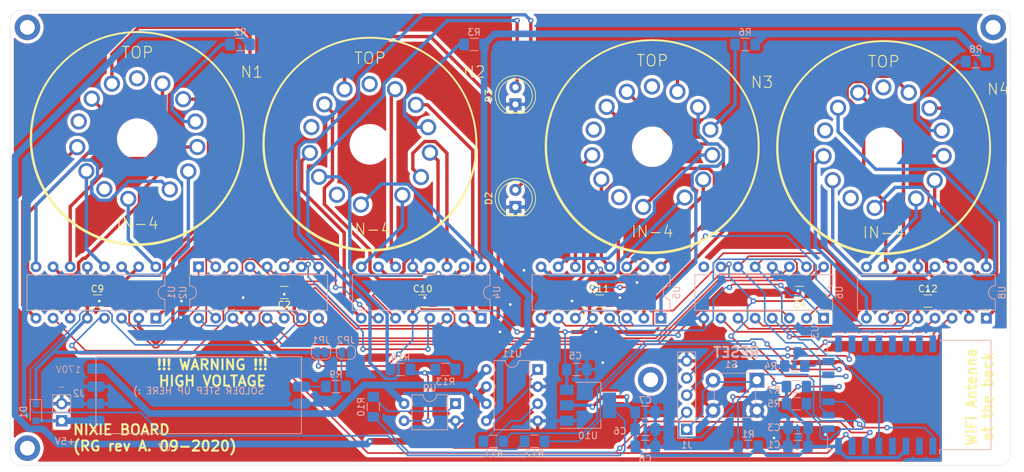
<source format=kicad_pcb>
(kicad_pcb (version 20171130) (host pcbnew "(5.1.6-0-10_14)")
  (layers (0 F.Cu signal) (31 B.Cu signal) (34 B.Paste user) (35 F.Paste user) (36 B.SilkS user) (37 F.SilkS user) (38 B.Mask user) (39 F.Mask user) (44 Edge.Cuts user))
  (net 0 "")
  (net 1 GND)
  (net 2 +3V3)
  (net 3 +5V)
  (net 4 "Net-(D1-Pad2)")
  (net 5 "Net-(D2-Pad2)")
  (net 6 "Net-(D3-Pad2)")
  (net 7 /RXD)
  (net 8 /TXD)
  (net 9 /GPIO0)
  (net 10 /RESET)
  (net 11 "Net-(JP1-Pad1)")
  (net 12 "Net-(N1-Pad1)")
  (net 13 "Net-(N1-Pad5)")
  (net 14 "Net-(N1-Pad3)")
  (net 15 "Net-(N1-Pad2)")
  (net 16 "Net-(N1-Pad0)")
  (net 17 "Net-(N1-Pad7)")
  (net 18 "Net-(N1-Pad9)")
  (net 19 "Net-(N1-Pad4)")
  (net 20 "Net-(N1-Pad6)")
  (net 21 "Net-(N1-Pad8)")
  (net 22 "Net-(N1-PadA3)")
  (net 23 "Net-(N2-Pad1)")
  (net 24 "Net-(N2-Pad5)")
  (net 25 "Net-(N2-Pad3)")
  (net 26 "Net-(N2-Pad2)")
  (net 27 "Net-(N2-Pad0)")
  (net 28 "Net-(N2-Pad7)")
  (net 29 "Net-(N2-Pad9)")
  (net 30 "Net-(N2-Pad4)")
  (net 31 "Net-(N2-Pad6)")
  (net 32 "Net-(N2-Pad8)")
  (net 33 "Net-(N2-PadA3)")
  (net 34 "Net-(N3-Pad1)")
  (net 35 "Net-(N3-Pad5)")
  (net 36 "Net-(N3-Pad3)")
  (net 37 "Net-(N3-Pad2)")
  (net 38 "Net-(N3-Pad0)")
  (net 39 "Net-(N3-Pad7)")
  (net 40 "Net-(N3-Pad9)")
  (net 41 "Net-(N3-Pad4)")
  (net 42 "Net-(N3-Pad6)")
  (net 43 "Net-(N3-Pad8)")
  (net 44 "Net-(N3-PadA3)")
  (net 45 "Net-(N4-Pad1)")
  (net 46 "Net-(N4-Pad5)")
  (net 47 "Net-(N4-Pad3)")
  (net 48 "Net-(N4-Pad2)")
  (net 49 "Net-(N4-Pad0)")
  (net 50 "Net-(N4-Pad7)")
  (net 51 "Net-(N4-Pad9)")
  (net 52 "Net-(N4-Pad4)")
  (net 53 "Net-(N4-Pad6)")
  (net 54 "Net-(N4-Pad8)")
  (net 55 "Net-(N4-PadA3)")
  (net 56 /170V_DIGIT1)
  (net 57 /SRCLK)
  (net 58 "Net-(R5-Pad2)")
  (net 59 "Net-(R9-Pad2)")
  (net 60 /GPIO12)
  (net 61 "Net-(R10-Pad1)")
  (net 62 /GPIO5)
  (net 63 "Net-(R11-Pad1)")
  (net 64 /GPIO4)
  (net 65 "Net-(R12-Pad1)")
  (net 66 "Net-(R13-Pad1)")
  (net 67 "Net-(U1-Pad4)")
  (net 68 "Net-(U1-Pad7)")
  (net 69 "Net-(U1-Pad3)")
  (net 70 "Net-(U1-Pad6)")
  (net 71 "Net-(U2-Pad4)")
  (net 72 "Net-(U2-Pad7)")
  (net 73 "Net-(U2-Pad6)")
  (net 74 "Net-(U2-Pad5)")
  (net 75 "Net-(U3-Pad4)")
  (net 76 /DATA)
  (net 77 "Net-(U3-Pad2)")
  (net 78 /RCLK)
  (net 79 "Net-(U5-Pad4)")
  (net 80 "Net-(U5-Pad7)")
  (net 81 "Net-(U5-Pad3)")
  (net 82 "Net-(U5-Pad6)")
  (net 83 "Net-(U6-Pad4)")
  (net 84 "Net-(U6-Pad7)")
  (net 85 "Net-(U6-Pad6)")
  (net 86 "Net-(U6-Pad5)")
  (net 87 /170V)
  (net 88 /170V_DIGIT2-4)
  (net 89 "Net-(U2-Pad9)")
  (net 90 "Net-(U6-Pad9)")
  (net 91 "Net-(U3-Pad22)")
  (net 92 "Net-(U3-Pad21)")
  (net 93 "Net-(U3-Pad20)")
  (net 94 "Net-(U3-Pad19)")
  (net 95 "Net-(U3-Pad18)")
  (net 96 "Net-(U3-Pad17)")
  (module MountingHole:MountingHole_2.2mm_M2_DIN965_Pad (layer F.Cu) (at 122.936 75.184)
    (fp_text reference REF** hide)
    (fp_text value MountingHole_2.2mm_M2_DIN965_Pad)
    (pad 1 thru_hole circle (at 0 0) (size 3.8 3.8) (drill 2.2) (layers *.Cu *.Mask))
  )
  (module MountingHole:MountingHole_2.2mm_M2_DIN965_Pad (layer F.Cu) (at 173.736 22.86)
    (fp_text reference REF** hide)
    (fp_text value MountingHole_2.2mm_M2_DIN965_Pad)
    (pad 1 thru_hole circle (at 0 0) (size 3.8 3.8) (drill 2.2) (layers *.Cu *.Mask))
  )
  (module MountingHole:MountingHole_2.2mm_M2_DIN965_Pad (layer F.Cu) (at 30.48 85.344)
    (fp_text reference REF** hide)
    (fp_text value MountingHole_2.2mm_M2_DIN965_Pad)
    (pad 1 thru_hole circle (at 0 0) (size 3.8 3.8) (drill 2.2) (layers *.Cu *.Mask))
  )
  (module MountingHole:MountingHole_2.2mm_M2_DIN965_Pad (layer F.Cu) (at 30.48 22.86)
    (fp_text reference REF** hide)
    (fp_text value MountingHole_2.2mm_M2_DIN965_Pad)
    (pad 1 thru_hole circle (at 0 0) (size 3.8 3.8) (drill 2.2) (layers *.Cu *.Mask))
  )
  (module Package_DIP:DIP-8_W7.62mm (layer B.Cu) (at 106.172 73.66 180)
    (fp_text reference U11 (at 3.81 2.33) (layer B.SilkS) (effects (justify mirror)))
    (fp_text value TLP627-2)
    (pad 8 thru_hole oval (at 7.62 0 180) (size 1.6 1.6) (drill 0.8) (layers *.Cu *.Mask) (net 87 /170V))
    (pad 4 thru_hole oval (at 0 -7.62 180) (size 1.6 1.6) (drill 0.8) (layers *.Cu *.Mask) (net 1 GND))
    (pad 7 thru_hole oval (at 7.62 -2.54 180) (size 1.6 1.6) (drill 0.8) (layers *.Cu *.Mask) (net 56 /170V_DIGIT1))
    (pad 3 thru_hole oval (at 0 -5.08 180) (size 1.6 1.6) (drill 0.8) (layers *.Cu *.Mask) (net 65 "Net-(R12-Pad1)"))
    (pad 6 thru_hole oval (at 7.62 -5.08 180) (size 1.6 1.6) (drill 0.8) (layers *.Cu *.Mask) (net 87 /170V))
    (pad 2 thru_hole oval (at 0 -2.54 180) (size 1.6 1.6) (drill 0.8) (layers *.Cu *.Mask) (net 1 GND))
    (pad 5 thru_hole oval (at 7.62 -7.62 180) (size 1.6 1.6) (drill 0.8) (layers *.Cu *.Mask) (net 88 /170V_DIGIT2-4))
    (pad 1 thru_hole rect (at 0 0 180) (size 1.6 1.6) (drill 0.8) (layers *.Cu *.Mask) (net 63 "Net-(R11-Pad1)"))
  )
  (module Package_DIP:DIP-4_W7.62mm (layer B.Cu) (at 93.98 78.74 180)
    (fp_text reference U9 (at 3.81 2.33) (layer B.SilkS) (effects (justify mirror)))
    (fp_text value TLP627)
    (pad 4 thru_hole oval (at 7.62 0 180) (size 1.6 1.6) (drill 0.8) (layers *.Cu *.Mask) (net 87 /170V))
    (pad 2 thru_hole oval (at 0 -2.54 180) (size 1.6 1.6) (drill 0.8) (layers *.Cu *.Mask) (net 1 GND))
    (pad 3 thru_hole oval (at 7.62 -2.54 180) (size 1.6 1.6) (drill 0.8) (layers *.Cu *.Mask) (net 66 "Net-(R13-Pad1)"))
    (pad 1 thru_hole rect (at 0 0 180) (size 1.6 1.6) (drill 0.8) (layers *.Cu *.Mask) (net 61 "Net-(R10-Pad1)"))
  )
  (module Capacitor_SMD:C_1206_3216Metric_Pad1.42x1.75mm_HandSolder (layer B.Cu) (at 144.8165 82.296 180)
    (fp_text reference C3 (at 3.5925 0) (layer B.SilkS) (effects (justify mirror)))
    (fp_text value 100nF)
    (pad 2 smd roundrect (at 1.4875 0 180) (size 1.425 1.75) (layers B.Cu B.Paste B.Mask) (roundrect_rratio 0.175439) (net 1 GND))
    (pad 1 smd roundrect (at -1.4875 0 180) (size 1.425 1.75) (layers B.Cu B.Paste B.Mask) (roundrect_rratio 0.175439) (net 2 +3V3))
  )
  (module Diode_SMD:D_SOD-323_HandSoldering (layer B.Cu) (at 31.75 80.03 270)
    (fp_text reference D1 (at 0 1.85 90) (layer B.SilkS) (effects (justify mirror)))
    (fp_text value 1N5819)
    (pad 2 smd rect (at 1.25 0 270) (size 1 1) (layers B.Cu B.Paste B.Mask) (net 4 "Net-(D1-Pad2)"))
    (pad 1 smd rect (at -1.25 0 270) (size 1 1) (layers B.Cu B.Paste B.Mask) (net 3 +5V))
  )
  (module Package_TO_SOT_SMD:SOT-223-3_TabPin2 (layer B.Cu) (at 113.64 78.98)
    (fp_text reference U10 (at 0 4.5) (layer B.SilkS) (effects (justify mirror)))
    (fp_text value LD1117S33TR_SOT223)
    (pad 1 smd rect (at -3.15 2.3) (size 2 1.5) (layers B.Cu B.Paste B.Mask) (net 1 GND))
    (pad 3 smd rect (at -3.15 -2.3) (size 2 1.5) (layers B.Cu B.Paste B.Mask) (net 3 +5V))
    (pad 2 smd rect (at -3.15 0) (size 2 1.5) (layers B.Cu B.Paste B.Mask) (net 2 +3V3))
    (pad 2 smd rect (at 3.15 0) (size 2 3.8) (layers B.Cu B.Paste B.Mask) (net 2 +3V3))
  )
  (module Connector_PinHeader_2.54mm:PinHeader_1x02_P2.54mm_Vertical (layer B.Cu) (at 35.56 81.28)
    (fp_text reference J2 (at 2.54 -4.064) (layer B.SilkS) (effects (justify mirror)))
    (fp_text value Conn_01x02_Male)
    (pad 2 thru_hole oval (at 0 -2.54) (size 1.7 1.7) (drill 1) (layers *.Cu *.Mask) (net 1 GND))
    (pad 1 thru_hole rect (at 0 0) (size 1.7 1.7) (drill 1) (layers *.Cu *.Mask) (net 4 "Net-(D1-Pad2)"))
  )
  (module RF_Module:ESP-12E (layer B.Cu) (at 161.29 77.45 90)
    (fp_text reference U3 (at 9.378 -13.97 90) (layer B.SilkS) (effects (justify mirror)))
    (fp_text value TLP627-2)
    (pad 22 smd rect (at 7.6 3.5 90) (size 2.5 1) (layers B.Cu B.Paste B.Mask) (net 91 "Net-(U3-Pad22)"))
    (pad 21 smd rect (at 7.6 1.5 90) (size 2.5 1) (layers B.Cu B.Paste B.Mask) (net 92 "Net-(U3-Pad21)"))
    (pad 20 smd rect (at 7.6 -0.5 90) (size 2.5 1) (layers B.Cu B.Paste B.Mask) (net 93 "Net-(U3-Pad20)"))
    (pad 19 smd rect (at 7.6 -2.5 90) (size 2.5 1) (layers B.Cu B.Paste B.Mask) (net 94 "Net-(U3-Pad19)"))
    (pad 18 smd rect (at 7.6 -4.5 90) (size 2.5 1) (layers B.Cu B.Paste B.Mask) (net 95 "Net-(U3-Pad18)"))
    (pad 17 smd rect (at 7.6 -6.5 90) (size 2.5 1) (layers B.Cu B.Paste B.Mask) (net 96 "Net-(U3-Pad17)"))
    (pad 16 smd rect (at 7.6 -8.5 90) (size 2.5 1) (layers B.Cu B.Paste B.Mask) (net 8 /TXD))
    (pad 15 smd rect (at 7.6 -10.5 90) (size 2.5 1) (layers B.Cu B.Paste B.Mask) (net 7 /RXD))
    (pad 14 smd rect (at 5 -12 90) (size 1 1.8) (layers B.Cu B.Paste B.Mask) (net 62 /GPIO5))
    (pad 13 smd rect (at 3 -12 90) (size 1 1.8) (layers B.Cu B.Paste B.Mask) (net 64 /GPIO4))
    (pad 12 smd rect (at 1 -12 90) (size 1 1.8) (layers B.Cu B.Paste B.Mask) (net 9 /GPIO0))
    (pad 11 smd rect (at -1 -12 90) (size 1 1.8) (layers B.Cu B.Paste B.Mask) (net 58 "Net-(R5-Pad2)"))
    (pad 10 smd rect (at -3 -12 90) (size 1 1.8) (layers B.Cu B.Paste B.Mask) (net 57 /SRCLK))
    (pad 9 smd rect (at -5 -12 90) (size 1 1.8) (layers B.Cu B.Paste B.Mask) (net 1 GND))
    (pad 8 smd rect (at -7.6 -10.5 90) (size 2.5 1) (layers B.Cu B.Paste B.Mask) (net 2 +3V3))
    (pad 7 smd rect (at -7.6 -8.5 90) (size 2.5 1) (layers B.Cu B.Paste B.Mask) (net 76 /DATA))
    (pad 6 smd rect (at -7.6 -6.5 90) (size 2.5 1) (layers B.Cu B.Paste B.Mask) (net 60 /GPIO12))
    (pad 5 smd rect (at -7.6 -4.5 90) (size 2.5 1) (layers B.Cu B.Paste B.Mask) (net 78 /RCLK))
    (pad 4 smd rect (at -7.6 -2.5 90) (size 2.5 1) (layers B.Cu B.Paste B.Mask) (net 75 "Net-(U3-Pad4)"))
    (pad 3 smd rect (at -7.6 -0.5 90) (size 2.5 1) (layers B.Cu B.Paste B.Mask) (net 2 +3V3))
    (pad 2 smd rect (at -7.6 1.5 90) (size 2.5 1) (layers B.Cu B.Paste B.Mask) (net 77 "Net-(U3-Pad2)"))
    (pad 1 smd rect (at -7.6 3.5 90) (size 2.5 1) (layers B.Cu B.Paste B.Mask) (net 10 /RESET))
  )
  (module Package_DIP:DIP-16_W7.62mm (layer B.Cu) (at 172.72 66.04 90)
    (fp_text reference U8 (at 3.81 2.33 270) (layer B.SilkS) (effects (justify mirror)))
    (fp_text value K155ID1)
    (pad 16 thru_hole oval (at 7.62 0 90) (size 1.6 1.6) (drill 0.8) (layers *.Cu *.Mask) (net 45 "Net-(N4-Pad1)"))
    (pad 8 thru_hole oval (at 0 -17.78 90) (size 1.6 1.6) (drill 0.8) (layers *.Cu *.Mask) (net 47 "Net-(N4-Pad3)"))
    (pad 15 thru_hole oval (at 7.62 -2.54 90) (size 1.6 1.6) (drill 0.8) (layers *.Cu *.Mask) (net 48 "Net-(N4-Pad2)"))
    (pad 7 thru_hole oval (at 0 -15.24 90) (size 1.6 1.6) (drill 0.8) (layers *.Cu *.Mask) (net 85 "Net-(U6-Pad6)"))
    (pad 14 thru_hole oval (at 7.62 -5.08 90) (size 1.6 1.6) (drill 0.8) (layers *.Cu *.Mask) (net 53 "Net-(N4-Pad6)"))
    (pad 6 thru_hole oval (at 0 -12.7 90) (size 1.6 1.6) (drill 0.8) (layers *.Cu *.Mask) (net 86 "Net-(U6-Pad5)"))
    (pad 13 thru_hole oval (at 7.62 -7.62 90) (size 1.6 1.6) (drill 0.8) (layers *.Cu *.Mask) (net 46 "Net-(N4-Pad5)"))
    (pad 5 thru_hole oval (at 0 -10.16 90) (size 1.6 1.6) (drill 0.8) (layers *.Cu *.Mask) (net 3 +5V))
    (pad 12 thru_hole oval (at 7.62 -10.16 90) (size 1.6 1.6) (drill 0.8) (layers *.Cu *.Mask) (net 1 GND))
    (pad 4 thru_hole oval (at 0 -7.62 90) (size 1.6 1.6) (drill 0.8) (layers *.Cu *.Mask) (net 84 "Net-(U6-Pad7)"))
    (pad 11 thru_hole oval (at 7.62 -12.7 90) (size 1.6 1.6) (drill 0.8) (layers *.Cu *.Mask) (net 50 "Net-(N4-Pad7)"))
    (pad 3 thru_hole oval (at 0 -5.08 90) (size 1.6 1.6) (drill 0.8) (layers *.Cu *.Mask) (net 83 "Net-(U6-Pad4)"))
    (pad 10 thru_hole oval (at 7.62 -15.24 90) (size 1.6 1.6) (drill 0.8) (layers *.Cu *.Mask) (net 54 "Net-(N4-Pad8)"))
    (pad 2 thru_hole oval (at 0 -2.54 90) (size 1.6 1.6) (drill 0.8) (layers *.Cu *.Mask) (net 49 "Net-(N4-Pad0)"))
    (pad 9 thru_hole oval (at 7.62 -17.78 90) (size 1.6 1.6) (drill 0.8) (layers *.Cu *.Mask) (net 52 "Net-(N4-Pad4)"))
    (pad 1 thru_hole rect (at 0 0 90) (size 1.6 1.6) (drill 0.8) (layers *.Cu *.Mask) (net 51 "Net-(N4-Pad9)"))
  )
  (module Package_DIP:DIP-16_W7.62mm (layer B.Cu) (at 148.59 66.04 90)
    (fp_text reference U6 (at 3.81 2.33 -90) (layer B.SilkS) (effects (justify mirror)))
    (fp_text value 74HC595)
    (pad 16 thru_hole oval (at 7.62 0 90) (size 1.6 1.6) (drill 0.8) (layers *.Cu *.Mask) (net 2 +3V3))
    (pad 8 thru_hole oval (at 0 -17.78 90) (size 1.6 1.6) (drill 0.8) (layers *.Cu *.Mask) (net 1 GND))
    (pad 15 thru_hole oval (at 7.62 -2.54 90) (size 1.6 1.6) (drill 0.8) (layers *.Cu *.Mask) (net 81 "Net-(U5-Pad3)"))
    (pad 7 thru_hole oval (at 0 -15.24 90) (size 1.6 1.6) (drill 0.8) (layers *.Cu *.Mask) (net 84 "Net-(U6-Pad7)"))
    (pad 14 thru_hole oval (at 7.62 -5.08 90) (size 1.6 1.6) (drill 0.8) (layers *.Cu *.Mask) (net 89 "Net-(U2-Pad9)"))
    (pad 6 thru_hole oval (at 0 -12.7 90) (size 1.6 1.6) (drill 0.8) (layers *.Cu *.Mask) (net 85 "Net-(U6-Pad6)"))
    (pad 13 thru_hole oval (at 7.62 -7.62 90) (size 1.6 1.6) (drill 0.8) (layers *.Cu *.Mask) (net 1 GND))
    (pad 5 thru_hole oval (at 0 -10.16 90) (size 1.6 1.6) (drill 0.8) (layers *.Cu *.Mask) (net 86 "Net-(U6-Pad5)"))
    (pad 12 thru_hole oval (at 7.62 -10.16 90) (size 1.6 1.6) (drill 0.8) (layers *.Cu *.Mask) (net 78 /RCLK))
    (pad 4 thru_hole oval (at 0 -7.62 90) (size 1.6 1.6) (drill 0.8) (layers *.Cu *.Mask) (net 83 "Net-(U6-Pad4)"))
    (pad 11 thru_hole oval (at 7.62 -12.7 90) (size 1.6 1.6) (drill 0.8) (layers *.Cu *.Mask) (net 57 /SRCLK))
    (pad 3 thru_hole oval (at 0 -5.08 90) (size 1.6 1.6) (drill 0.8) (layers *.Cu *.Mask) (net 79 "Net-(U5-Pad4)"))
    (pad 10 thru_hole oval (at 7.62 -15.24 90) (size 1.6 1.6) (drill 0.8) (layers *.Cu *.Mask) (net 2 +3V3))
    (pad 2 thru_hole oval (at 0 -2.54 90) (size 1.6 1.6) (drill 0.8) (layers *.Cu *.Mask) (net 80 "Net-(U5-Pad7)"))
    (pad 9 thru_hole oval (at 7.62 -17.78 90) (size 1.6 1.6) (drill 0.8) (layers *.Cu *.Mask) (net 90 "Net-(U6-Pad9)"))
    (pad 1 thru_hole rect (at 0 0 90) (size 1.6 1.6) (drill 0.8) (layers *.Cu *.Mask) (net 82 "Net-(U5-Pad6)"))
  )
  (module Package_DIP:DIP-16_W7.62mm (layer B.Cu) (at 124.46 66.04 90)
    (fp_text reference U5 (at 3.81 2.33 270) (layer B.SilkS) (effects (justify mirror)))
    (fp_text value K155ID1)
    (pad 16 thru_hole oval (at 7.62 0 90) (size 1.6 1.6) (drill 0.8) (layers *.Cu *.Mask) (net 34 "Net-(N3-Pad1)"))
    (pad 8 thru_hole oval (at 0 -17.78 90) (size 1.6 1.6) (drill 0.8) (layers *.Cu *.Mask) (net 36 "Net-(N3-Pad3)"))
    (pad 15 thru_hole oval (at 7.62 -2.54 90) (size 1.6 1.6) (drill 0.8) (layers *.Cu *.Mask) (net 37 "Net-(N3-Pad2)"))
    (pad 7 thru_hole oval (at 0 -15.24 90) (size 1.6 1.6) (drill 0.8) (layers *.Cu *.Mask) (net 80 "Net-(U5-Pad7)"))
    (pad 14 thru_hole oval (at 7.62 -5.08 90) (size 1.6 1.6) (drill 0.8) (layers *.Cu *.Mask) (net 42 "Net-(N3-Pad6)"))
    (pad 6 thru_hole oval (at 0 -12.7 90) (size 1.6 1.6) (drill 0.8) (layers *.Cu *.Mask) (net 82 "Net-(U5-Pad6)"))
    (pad 13 thru_hole oval (at 7.62 -7.62 90) (size 1.6 1.6) (drill 0.8) (layers *.Cu *.Mask) (net 35 "Net-(N3-Pad5)"))
    (pad 5 thru_hole oval (at 0 -10.16 90) (size 1.6 1.6) (drill 0.8) (layers *.Cu *.Mask) (net 3 +5V))
    (pad 12 thru_hole oval (at 7.62 -10.16 90) (size 1.6 1.6) (drill 0.8) (layers *.Cu *.Mask) (net 1 GND))
    (pad 4 thru_hole oval (at 0 -7.62 90) (size 1.6 1.6) (drill 0.8) (layers *.Cu *.Mask) (net 79 "Net-(U5-Pad4)"))
    (pad 11 thru_hole oval (at 7.62 -12.7 90) (size 1.6 1.6) (drill 0.8) (layers *.Cu *.Mask) (net 39 "Net-(N3-Pad7)"))
    (pad 3 thru_hole oval (at 0 -5.08 90) (size 1.6 1.6) (drill 0.8) (layers *.Cu *.Mask) (net 81 "Net-(U5-Pad3)"))
    (pad 10 thru_hole oval (at 7.62 -15.24 90) (size 1.6 1.6) (drill 0.8) (layers *.Cu *.Mask) (net 43 "Net-(N3-Pad8)"))
    (pad 2 thru_hole oval (at 0 -2.54 90) (size 1.6 1.6) (drill 0.8) (layers *.Cu *.Mask) (net 38 "Net-(N3-Pad0)"))
    (pad 9 thru_hole oval (at 7.62 -17.78 90) (size 1.6 1.6) (drill 0.8) (layers *.Cu *.Mask) (net 41 "Net-(N3-Pad4)"))
    (pad 1 thru_hole rect (at 0 0 90) (size 1.6 1.6) (drill 0.8) (layers *.Cu *.Mask) (net 40 "Net-(N3-Pad9)"))
  )
  (module Package_DIP:DIP-16_W7.62mm (layer B.Cu) (at 97.79 66.04 90)
    (fp_text reference U4 (at 3.81 2.33 270) (layer B.SilkS) (effects (justify mirror)))
    (fp_text value K155ID1)
    (pad 16 thru_hole oval (at 7.62 0 90) (size 1.6 1.6) (drill 0.8) (layers *.Cu *.Mask) (net 23 "Net-(N2-Pad1)"))
    (pad 8 thru_hole oval (at 0 -17.78 90) (size 1.6 1.6) (drill 0.8) (layers *.Cu *.Mask) (net 25 "Net-(N2-Pad3)"))
    (pad 15 thru_hole oval (at 7.62 -2.54 90) (size 1.6 1.6) (drill 0.8) (layers *.Cu *.Mask) (net 26 "Net-(N2-Pad2)"))
    (pad 7 thru_hole oval (at 0 -15.24 90) (size 1.6 1.6) (drill 0.8) (layers *.Cu *.Mask) (net 73 "Net-(U2-Pad6)"))
    (pad 14 thru_hole oval (at 7.62 -5.08 90) (size 1.6 1.6) (drill 0.8) (layers *.Cu *.Mask) (net 31 "Net-(N2-Pad6)"))
    (pad 6 thru_hole oval (at 0 -12.7 90) (size 1.6 1.6) (drill 0.8) (layers *.Cu *.Mask) (net 74 "Net-(U2-Pad5)"))
    (pad 13 thru_hole oval (at 7.62 -7.62 90) (size 1.6 1.6) (drill 0.8) (layers *.Cu *.Mask) (net 24 "Net-(N2-Pad5)"))
    (pad 5 thru_hole oval (at 0 -10.16 90) (size 1.6 1.6) (drill 0.8) (layers *.Cu *.Mask) (net 3 +5V))
    (pad 12 thru_hole oval (at 7.62 -10.16 90) (size 1.6 1.6) (drill 0.8) (layers *.Cu *.Mask) (net 1 GND))
    (pad 4 thru_hole oval (at 0 -7.62 90) (size 1.6 1.6) (drill 0.8) (layers *.Cu *.Mask) (net 72 "Net-(U2-Pad7)"))
    (pad 11 thru_hole oval (at 7.62 -12.7 90) (size 1.6 1.6) (drill 0.8) (layers *.Cu *.Mask) (net 28 "Net-(N2-Pad7)"))
    (pad 3 thru_hole oval (at 0 -5.08 90) (size 1.6 1.6) (drill 0.8) (layers *.Cu *.Mask) (net 71 "Net-(U2-Pad4)"))
    (pad 10 thru_hole oval (at 7.62 -15.24 90) (size 1.6 1.6) (drill 0.8) (layers *.Cu *.Mask) (net 32 "Net-(N2-Pad8)"))
    (pad 2 thru_hole oval (at 0 -2.54 90) (size 1.6 1.6) (drill 0.8) (layers *.Cu *.Mask) (net 27 "Net-(N2-Pad0)"))
    (pad 9 thru_hole oval (at 7.62 -17.78 90) (size 1.6 1.6) (drill 0.8) (layers *.Cu *.Mask) (net 30 "Net-(N2-Pad4)"))
    (pad 1 thru_hole rect (at 0 0 90) (size 1.6 1.6) (drill 0.8) (layers *.Cu *.Mask) (net 29 "Net-(N2-Pad9)"))
  )
  (module Package_DIP:DIP-16_W7.62mm (layer B.Cu) (at 55.88 58.42 270)
    (fp_text reference U2 (at 3.81 2.33 270) (layer B.SilkS) (effects (justify mirror)))
    (fp_text value 74HC595)
    (pad 16 thru_hole oval (at 7.62 0 270) (size 1.6 1.6) (drill 0.8) (layers *.Cu *.Mask) (net 2 +3V3))
    (pad 8 thru_hole oval (at 0 -17.78 270) (size 1.6 1.6) (drill 0.8) (layers *.Cu *.Mask) (net 1 GND))
    (pad 15 thru_hole oval (at 7.62 -2.54 270) (size 1.6 1.6) (drill 0.8) (layers *.Cu *.Mask) (net 69 "Net-(U1-Pad3)"))
    (pad 7 thru_hole oval (at 0 -15.24 270) (size 1.6 1.6) (drill 0.8) (layers *.Cu *.Mask) (net 72 "Net-(U2-Pad7)"))
    (pad 14 thru_hole oval (at 7.62 -5.08 270) (size 1.6 1.6) (drill 0.8) (layers *.Cu *.Mask) (net 76 /DATA))
    (pad 6 thru_hole oval (at 0 -12.7 270) (size 1.6 1.6) (drill 0.8) (layers *.Cu *.Mask) (net 73 "Net-(U2-Pad6)"))
    (pad 13 thru_hole oval (at 7.62 -7.62 270) (size 1.6 1.6) (drill 0.8) (layers *.Cu *.Mask) (net 1 GND))
    (pad 5 thru_hole oval (at 0 -10.16 270) (size 1.6 1.6) (drill 0.8) (layers *.Cu *.Mask) (net 74 "Net-(U2-Pad5)"))
    (pad 12 thru_hole oval (at 7.62 -10.16 270) (size 1.6 1.6) (drill 0.8) (layers *.Cu *.Mask) (net 78 /RCLK))
    (pad 4 thru_hole oval (at 0 -7.62 270) (size 1.6 1.6) (drill 0.8) (layers *.Cu *.Mask) (net 71 "Net-(U2-Pad4)"))
    (pad 11 thru_hole oval (at 7.62 -12.7 270) (size 1.6 1.6) (drill 0.8) (layers *.Cu *.Mask) (net 57 /SRCLK))
    (pad 3 thru_hole oval (at 0 -5.08 270) (size 1.6 1.6) (drill 0.8) (layers *.Cu *.Mask) (net 67 "Net-(U1-Pad4)"))
    (pad 10 thru_hole oval (at 7.62 -15.24 270) (size 1.6 1.6) (drill 0.8) (layers *.Cu *.Mask) (net 2 +3V3))
    (pad 2 thru_hole oval (at 0 -2.54 270) (size 1.6 1.6) (drill 0.8) (layers *.Cu *.Mask) (net 68 "Net-(U1-Pad7)"))
    (pad 9 thru_hole oval (at 7.62 -17.78 270) (size 1.6 1.6) (drill 0.8) (layers *.Cu *.Mask) (net 89 "Net-(U2-Pad9)"))
    (pad 1 thru_hole rect (at 0 0 270) (size 1.6 1.6) (drill 0.8) (layers *.Cu *.Mask) (net 70 "Net-(U1-Pad6)"))
  )
  (module Package_DIP:DIP-16_W7.62mm (layer B.Cu) (at 49.53 66.04 90)
    (fp_text reference U1 (at 3.81 2.33 270) (layer B.SilkS) (effects (justify mirror)))
    (fp_text value K155ID1)
    (pad 16 thru_hole oval (at 7.62 0 90) (size 1.6 1.6) (drill 0.8) (layers *.Cu *.Mask) (net 12 "Net-(N1-Pad1)"))
    (pad 8 thru_hole oval (at 0 -17.78 90) (size 1.6 1.6) (drill 0.8) (layers *.Cu *.Mask) (net 14 "Net-(N1-Pad3)"))
    (pad 15 thru_hole oval (at 7.62 -2.54 90) (size 1.6 1.6) (drill 0.8) (layers *.Cu *.Mask) (net 15 "Net-(N1-Pad2)"))
    (pad 7 thru_hole oval (at 0 -15.24 90) (size 1.6 1.6) (drill 0.8) (layers *.Cu *.Mask) (net 68 "Net-(U1-Pad7)"))
    (pad 14 thru_hole oval (at 7.62 -5.08 90) (size 1.6 1.6) (drill 0.8) (layers *.Cu *.Mask) (net 20 "Net-(N1-Pad6)"))
    (pad 6 thru_hole oval (at 0 -12.7 90) (size 1.6 1.6) (drill 0.8) (layers *.Cu *.Mask) (net 70 "Net-(U1-Pad6)"))
    (pad 13 thru_hole oval (at 7.62 -7.62 90) (size 1.6 1.6) (drill 0.8) (layers *.Cu *.Mask) (net 13 "Net-(N1-Pad5)"))
    (pad 5 thru_hole oval (at 0 -10.16 90) (size 1.6 1.6) (drill 0.8) (layers *.Cu *.Mask) (net 3 +5V))
    (pad 12 thru_hole oval (at 7.62 -10.16 90) (size 1.6 1.6) (drill 0.8) (layers *.Cu *.Mask) (net 1 GND))
    (pad 4 thru_hole oval (at 0 -7.62 90) (size 1.6 1.6) (drill 0.8) (layers *.Cu *.Mask) (net 67 "Net-(U1-Pad4)"))
    (pad 11 thru_hole oval (at 7.62 -12.7 90) (size 1.6 1.6) (drill 0.8) (layers *.Cu *.Mask) (net 17 "Net-(N1-Pad7)"))
    (pad 3 thru_hole oval (at 0 -5.08 90) (size 1.6 1.6) (drill 0.8) (layers *.Cu *.Mask) (net 69 "Net-(U1-Pad3)"))
    (pad 10 thru_hole oval (at 7.62 -15.24 90) (size 1.6 1.6) (drill 0.8) (layers *.Cu *.Mask) (net 21 "Net-(N1-Pad8)"))
    (pad 2 thru_hole oval (at 0 -2.54 90) (size 1.6 1.6) (drill 0.8) (layers *.Cu *.Mask) (net 16 "Net-(N1-Pad0)"))
    (pad 9 thru_hole oval (at 7.62 -17.78 90) (size 1.6 1.6) (drill 0.8) (layers *.Cu *.Mask) (net 19 "Net-(N1-Pad4)"))
    (pad 1 thru_hole rect (at 0 0 90) (size 1.6 1.6) (drill 0.8) (layers *.Cu *.Mask) (net 18 "Net-(N1-Pad9)"))
  )
  (module Capacitor_SMD:C_1206_3216Metric_Pad1.42x1.75mm_HandSolder (layer F.Cu) (at 164.0475 63.5)
    (fp_text reference C12 (at 0 -1.82) (layer F.SilkS))
    (fp_text value 100nF)
    (pad 2 smd roundrect (at 1.4875 0) (size 1.425 1.75) (layers F.Cu F.Paste F.Mask) (roundrect_rratio 0.175439) (net 1 GND))
    (pad 1 smd roundrect (at -1.4875 0) (size 1.425 1.75) (layers F.Cu F.Paste F.Mask) (roundrect_rratio 0.175439) (net 3 +5V))
  )
  (module Capacitor_SMD:C_1206_3216Metric_Pad1.42x1.75mm_HandSolder (layer F.Cu) (at 115.3525 63.5)
    (fp_text reference C11 (at 0 -1.82) (layer F.SilkS))
    (fp_text value 100nF)
    (pad 2 smd roundrect (at 1.4875 0) (size 1.425 1.75) (layers F.Cu F.Paste F.Mask) (roundrect_rratio 0.175439) (net 1 GND))
    (pad 1 smd roundrect (at -1.4875 0) (size 1.425 1.75) (layers F.Cu F.Paste F.Mask) (roundrect_rratio 0.175439) (net 3 +5V))
  )
  (module Capacitor_SMD:C_1206_3216Metric_Pad1.42x1.75mm_HandSolder (layer F.Cu) (at 89.1175 63.5)
    (fp_text reference C10 (at 0 -1.82) (layer F.SilkS))
    (fp_text value 100nF)
    (pad 2 smd roundrect (at 1.4875 0) (size 1.425 1.75) (layers F.Cu F.Paste F.Mask) (roundrect_rratio 0.175439) (net 1 GND))
    (pad 1 smd roundrect (at -1.4875 0) (size 1.425 1.75) (layers F.Cu F.Paste F.Mask) (roundrect_rratio 0.175439) (net 3 +5V))
  )
  (module Capacitor_SMD:C_1206_3216Metric_Pad1.42x1.75mm_HandSolder (layer F.Cu) (at 40.8575 63.5)
    (fp_text reference C9 (at 0 -1.82) (layer F.SilkS))
    (fp_text value 100nF)
    (pad 2 smd roundrect (at 1.4875 0) (size 1.425 1.75) (layers F.Cu F.Paste F.Mask) (roundrect_rratio 0.175439) (net 1 GND))
    (pad 1 smd roundrect (at -1.4875 0) (size 1.425 1.75) (layers F.Cu F.Paste F.Mask) (roundrect_rratio 0.175439) (net 3 +5V))
  )
  (module nixies-us:IN-4-DSUB (layer F.Cu) (at 157.513137 40.64)
    (fp_text reference N4 (at 15.206863 -7.62) (layer F.SilkS) (effects (font (size 1.6891 1.6891) (thickness 0.14224)) (justify left bottom)))
    (fp_text value IN-4 (at 0 12.7) (layer F.SilkS) (effects (font (size 1.6891 1.6891) (thickness 0.14224))))
    (fp_text user TOP (at 0 -12.7) (layer F.SilkS) (effects (font (size 1.6891 1.6891) (thickness 0.14224))))
    (pad "" np_thru_hole circle (at -0.033137 0.0873) (size 5 5) (drill 5) (layers *.Cu *.Mask))
    (pad 1 thru_hole circle (at -1.363328 9.026568) (size 2.4 2.4) (drill 1.6) (layers *.Cu *.Mask) (net 45 "Net-(N4-Pad1)"))
    (pad A1 thru_hole circle (at -4.918887 7.571237) (size 2.4 2.4) (drill 1.6) (layers *.Cu *.Mask))
    (pad 5 thru_hole circle (at -7.577378 4.913718) (size 2.4 2.4) (drill 1.6) (layers *.Cu *.Mask) (net 46 "Net-(N4-Pad5)"))
    (pad 3 thru_hole circle (at -8.938068 1.353031) (size 2.4 2.4) (drill 1.6) (layers *.Cu *.Mask) (net 47 "Net-(N4-Pad3)"))
    (pad A2 thru_hole circle (at -8.70739 -2.46754) (size 2.4 2.4) (drill 1.6) (layers *.Cu *.Mask))
    (pad 2 thru_hole circle (at -6.783634 -5.848243) (size 2.4 2.4) (drill 1.6) (layers *.Cu *.Mask) (net 48 "Net-(N4-Pad2)"))
    (pad 0 thru_hole circle (at -3.793081 -8.083546) (size 2.4 2.4) (drill 1.6) (layers *.Cu *.Mask) (net 49 "Net-(N4-Pad0)"))
    (pad N/C thru_hole circle (at -0.062987 -8.86865) (size 2.4 2.4) (drill 1.6) (layers *.Cu *.Mask))
    (pad 7 thru_hole circle (at 3.70689 -8.101846) (size 2.4 2.4) (drill 1.6) (layers *.Cu *.Mask) (net 50 "Net-(N4-Pad7)"))
    (pad 9 thru_hole circle (at 6.788575 -5.777359) (size 2.4 2.4) (drill 1.6) (layers *.Cu *.Mask) (net 51 "Net-(N4-Pad9)"))
    (pad 4 thru_hole circle (at 4.793284 7.631543) (size 2.4 2.4) (drill 1.6) (layers *.Cu *.Mask) (net 52 "Net-(N4-Pad4)"))
    (pad 6 thru_hole circle (at 7.546737 4.944818) (size 2.4 2.4) (drill 1.6) (layers *.Cu *.Mask) (net 53 "Net-(N4-Pad6)"))
    (pad 8 thru_hole circle (at 8.8779 1.321559) (size 2.4 2.4) (drill 1.6) (layers *.Cu *.Mask) (net 54 "Net-(N4-Pad8)"))
    (pad A3 thru_hole circle (at 8.600687 -2.453775) (size 2.4 2.4) (drill 1.6) (layers *.Cu *.Mask) (net 55 "Net-(N4-PadA3)"))
  )
  (module nixies-us:IN-4-DSUB (layer F.Cu) (at 123.19 40.503432)
    (fp_text reference N3 (at 14.478 -8.499432) (layer F.SilkS) (effects (font (size 1.6891 1.6891) (thickness 0.14224)) (justify left bottom)))
    (fp_text value IN-4 (at 0 12.7) (layer F.SilkS) (effects (font (size 1.6891 1.6891) (thickness 0.14224))))
    (fp_text user TOP (at 0 -12.7) (layer F.SilkS) (effects (font (size 1.6891 1.6891) (thickness 0.14224))))
    (pad "" np_thru_hole circle (at -0.033137 0.0873) (size 5 5) (drill 5) (layers *.Cu *.Mask))
    (pad 1 thru_hole circle (at -1.363328 9.026568) (size 2.4 2.4) (drill 1.6) (layers *.Cu *.Mask) (net 34 "Net-(N3-Pad1)"))
    (pad A1 thru_hole circle (at -4.918887 7.571237) (size 2.4 2.4) (drill 1.6) (layers *.Cu *.Mask))
    (pad 5 thru_hole circle (at -7.577378 4.913718) (size 2.4 2.4) (drill 1.6) (layers *.Cu *.Mask) (net 35 "Net-(N3-Pad5)"))
    (pad 3 thru_hole circle (at -8.938068 1.353031) (size 2.4 2.4) (drill 1.6) (layers *.Cu *.Mask) (net 36 "Net-(N3-Pad3)"))
    (pad A2 thru_hole circle (at -8.70739 -2.46754) (size 2.4 2.4) (drill 1.6) (layers *.Cu *.Mask))
    (pad 2 thru_hole circle (at -6.783634 -5.848243) (size 2.4 2.4) (drill 1.6) (layers *.Cu *.Mask) (net 37 "Net-(N3-Pad2)"))
    (pad 0 thru_hole circle (at -3.793081 -8.083546) (size 2.4 2.4) (drill 1.6) (layers *.Cu *.Mask) (net 38 "Net-(N3-Pad0)"))
    (pad N/C thru_hole circle (at -0.062987 -8.86865) (size 2.4 2.4) (drill 1.6) (layers *.Cu *.Mask))
    (pad 7 thru_hole circle (at 3.70689 -8.101846) (size 2.4 2.4) (drill 1.6) (layers *.Cu *.Mask) (net 39 "Net-(N3-Pad7)"))
    (pad 9 thru_hole circle (at 6.788575 -5.777359) (size 2.4 2.4) (drill 1.6) (layers *.Cu *.Mask) (net 40 "Net-(N3-Pad9)"))
    (pad 4 thru_hole circle (at 4.793284 7.631543) (size 2.4 2.4) (drill 1.6) (layers *.Cu *.Mask) (net 41 "Net-(N3-Pad4)"))
    (pad 6 thru_hole circle (at 7.546737 4.944818) (size 2.4 2.4) (drill 1.6) (layers *.Cu *.Mask) (net 42 "Net-(N3-Pad6)"))
    (pad 8 thru_hole circle (at 8.8779 1.321559) (size 2.4 2.4) (drill 1.6) (layers *.Cu *.Mask) (net 43 "Net-(N3-Pad8)"))
    (pad A3 thru_hole circle (at 8.600687 -2.453775) (size 2.4 2.4) (drill 1.6) (layers *.Cu *.Mask) (net 44 "Net-(N3-PadA3)"))
  )
  (module nixies-us:IN-4-DSUB (layer F.Cu) (at 81.313137 40.138243)
    (fp_text reference N2 (at 13.682863 -9.658243) (layer F.SilkS) (effects (font (size 1.6891 1.6891) (thickness 0.14224)) (justify left bottom)))
    (fp_text value IN-4 (at 0 12.7) (layer F.SilkS) (effects (font (size 1.6891 1.6891) (thickness 0.14224))))
    (fp_text user TOP (at 0 -12.7) (layer F.SilkS) (effects (font (size 1.6891 1.6891) (thickness 0.14224))))
    (pad "" np_thru_hole circle (at -0.033137 0.0873) (size 5 5) (drill 5) (layers *.Cu *.Mask))
    (pad 1 thru_hole circle (at -1.363328 9.026568) (size 2.4 2.4) (drill 1.6) (layers *.Cu *.Mask) (net 23 "Net-(N2-Pad1)"))
    (pad A1 thru_hole circle (at -4.918887 7.571237) (size 2.4 2.4) (drill 1.6) (layers *.Cu *.Mask))
    (pad 5 thru_hole circle (at -7.577378 4.913718) (size 2.4 2.4) (drill 1.6) (layers *.Cu *.Mask) (net 24 "Net-(N2-Pad5)"))
    (pad 3 thru_hole circle (at -8.938068 1.353031) (size 2.4 2.4) (drill 1.6) (layers *.Cu *.Mask) (net 25 "Net-(N2-Pad3)"))
    (pad A2 thru_hole circle (at -8.70739 -2.46754) (size 2.4 2.4) (drill 1.6) (layers *.Cu *.Mask))
    (pad 2 thru_hole circle (at -6.783634 -5.848243) (size 2.4 2.4) (drill 1.6) (layers *.Cu *.Mask) (net 26 "Net-(N2-Pad2)"))
    (pad 0 thru_hole circle (at -3.793081 -8.083546) (size 2.4 2.4) (drill 1.6) (layers *.Cu *.Mask) (net 27 "Net-(N2-Pad0)"))
    (pad N/C thru_hole circle (at -0.062987 -8.86865) (size 2.4 2.4) (drill 1.6) (layers *.Cu *.Mask))
    (pad 7 thru_hole circle (at 3.70689 -8.101846) (size 2.4 2.4) (drill 1.6) (layers *.Cu *.Mask) (net 28 "Net-(N2-Pad7)"))
    (pad 9 thru_hole circle (at 6.788575 -5.777359) (size 2.4 2.4) (drill 1.6) (layers *.Cu *.Mask) (net 29 "Net-(N2-Pad9)"))
    (pad 4 thru_hole circle (at 4.793284 7.631543) (size 2.4 2.4) (drill 1.6) (layers *.Cu *.Mask) (net 30 "Net-(N2-Pad4)"))
    (pad 6 thru_hole circle (at 7.546737 4.944818) (size 2.4 2.4) (drill 1.6) (layers *.Cu *.Mask) (net 31 "Net-(N2-Pad6)"))
    (pad 8 thru_hole circle (at 8.8779 1.321559) (size 2.4 2.4) (drill 1.6) (layers *.Cu *.Mask) (net 32 "Net-(N2-Pad8)"))
    (pad A3 thru_hole circle (at 8.600687 -2.453775) (size 2.4 2.4) (drill 1.6) (layers *.Cu *.Mask) (net 33 "Net-(N2-PadA3)"))
  )
  (module nixies-us:IN-4-DSUB (layer F.Cu) (at 46.80739 39.29754)
    (fp_text reference N1 (at 15.16861 -8.81754) (layer F.SilkS) (effects (font (size 1.6891 1.6891) (thickness 0.14224)) (justify left bottom)))
    (fp_text value IN-4 (at 0 12.7) (layer F.SilkS) (effects (font (size 1.6891 1.6891) (thickness 0.14224))))
    (fp_text user TOP (at 0 -12.7) (layer F.SilkS) (effects (font (size 1.6891 1.6891) (thickness 0.14224))))
    (pad "" np_thru_hole circle (at -0.033137 0.0873) (size 5 5) (drill 5) (layers *.Cu *.Mask))
    (pad 1 thru_hole circle (at -1.363328 9.026568) (size 2.4 2.4) (drill 1.6) (layers *.Cu *.Mask) (net 12 "Net-(N1-Pad1)"))
    (pad A1 thru_hole circle (at -4.918887 7.571237) (size 2.4 2.4) (drill 1.6) (layers *.Cu *.Mask))
    (pad 5 thru_hole circle (at -7.577378 4.913718) (size 2.4 2.4) (drill 1.6) (layers *.Cu *.Mask) (net 13 "Net-(N1-Pad5)"))
    (pad 3 thru_hole circle (at -8.938068 1.353031) (size 2.4 2.4) (drill 1.6) (layers *.Cu *.Mask) (net 14 "Net-(N1-Pad3)"))
    (pad A2 thru_hole circle (at -8.70739 -2.46754) (size 2.4 2.4) (drill 1.6) (layers *.Cu *.Mask))
    (pad 2 thru_hole circle (at -6.783634 -5.848243) (size 2.4 2.4) (drill 1.6) (layers *.Cu *.Mask) (net 15 "Net-(N1-Pad2)"))
    (pad 0 thru_hole circle (at -3.793081 -8.083546) (size 2.4 2.4) (drill 1.6) (layers *.Cu *.Mask) (net 16 "Net-(N1-Pad0)"))
    (pad N/C thru_hole circle (at -0.062987 -8.86865) (size 2.4 2.4) (drill 1.6) (layers *.Cu *.Mask))
    (pad 7 thru_hole circle (at 3.70689 -8.101846) (size 2.4 2.4) (drill 1.6) (layers *.Cu *.Mask) (net 17 "Net-(N1-Pad7)"))
    (pad 9 thru_hole circle (at 6.788575 -5.777359) (size 2.4 2.4) (drill 1.6) (layers *.Cu *.Mask) (net 18 "Net-(N1-Pad9)"))
    (pad 4 thru_hole circle (at 4.793284 7.631543) (size 2.4 2.4) (drill 1.6) (layers *.Cu *.Mask) (net 19 "Net-(N1-Pad4)"))
    (pad 6 thru_hole circle (at 7.546737 4.944818) (size 2.4 2.4) (drill 1.6) (layers *.Cu *.Mask) (net 20 "Net-(N1-Pad6)"))
    (pad 8 thru_hole circle (at 8.8779 1.321559) (size 2.4 2.4) (drill 1.6) (layers *.Cu *.Mask) (net 21 "Net-(N1-Pad8)"))
    (pad A3 thru_hole circle (at 8.600687 -2.453775) (size 2.4 2.4) (drill 1.6) (layers *.Cu *.Mask) (net 22 "Net-(N1-PadA3)"))
  )
  (module step-up-footprint:nixie-step-up (layer B.Cu) (at 50.8 85.725)
    (fp_text reference U7 (at 0 -0.5) (layer B.SilkS) (effects (justify mirror)))
    (fp_text value nixie-step-up)
    (fp_text user "SOLDER STEP UP HERE :)" (at 5.08 -8.89) (layer B.SilkS) (effects (justify mirror)))
    (pad 5 smd roundrect (at 20.32 -9.525) (size 2.54 1.524) (layers B.Cu B.Paste B.Mask) (net 59 "Net-(R9-Pad2)"))
    (pad 6 smd roundrect (at 20.32 -6.985) (size 2.54 1.524) (layers B.Cu B.Paste B.Mask) (net 1 GND))
    (pad 4 smd roundrect (at -10.16 -4.445) (size 2.54 1.524) (layers B.Cu B.Paste B.Mask) (net 4 "Net-(D1-Pad2)"))
    (pad 3 smd roundrect (at -10.16 -6.985) (size 2.54 1.524) (layers B.Cu B.Paste B.Mask) (net 1 GND))
    (pad 2 smd roundrect (at -10.16 -9.525) (size 2.54 1.524) (layers B.Cu B.Paste B.Mask) (net 1 GND))
    (pad 1 smd roundrect (at -10.16 -12.192) (size 2.54 1.524) (layers B.Cu B.Paste B.Mask) (net 87 /170V))
  )
  (module digikey-footprints:Switch_Tactile_THT_6x6mm (layer B.Cu) (at 138.684 75.256 180)
    (fp_text reference S1 (at 3.81 2.3368) (layer B.SilkS) (effects (justify mirror)))
    (fp_text value 1825910-6)
    (pad 3 thru_hole circle (at 0 -4.5 180) (size 2.2 2.2) (drill 1.2) (layers *.Cu *.Mask) (net 1 GND))
    (pad 4 thru_hole circle (at 6.5 -4.5 180) (size 2.2 2.2) (drill 1.2) (layers *.Cu *.Mask) (net 1 GND))
    (pad 2 thru_hole circle (at 6.5 0 180) (size 2.2 2.2) (drill 1.2) (layers *.Cu *.Mask) (net 10 /RESET))
    (pad 1 thru_hole rect (at 0 0 180) (size 2.2 2.2) (drill 1.2) (layers *.Cu *.Mask) (net 10 /RESET))
  )
  (module Resistor_SMD:R_1206_3216Metric_Pad1.42x1.75mm_HandSolder (layer B.Cu) (at 85.8155 73.66 180)
    (fp_text reference R14 (at 0 1.82) (layer B.SilkS) (effects (justify mirror)))
    (fp_text value 270)
    (pad 2 smd roundrect (at 1.4875 0 180) (size 1.425 1.75) (layers B.Cu B.Paste B.Mask) (roundrect_rratio 0.175439) (net 6 "Net-(D3-Pad2)"))
    (pad 1 smd roundrect (at -1.4875 0 180) (size 1.425 1.75) (layers B.Cu B.Paste B.Mask) (roundrect_rratio 0.175439) (net 66 "Net-(R13-Pad1)"))
  )
  (module Resistor_SMD:R_1206_3216Metric_Pad1.42x1.75mm_HandSolder (layer B.Cu) (at 92.4925 73.66)
    (fp_text reference R13 (at 0 1.82) (layer B.SilkS) (effects (justify mirror)))
    (fp_text value 270)
    (pad 2 smd roundrect (at 1.4875 0) (size 1.425 1.75) (layers B.Cu B.Paste B.Mask) (roundrect_rratio 0.175439) (net 5 "Net-(D2-Pad2)"))
    (pad 1 smd roundrect (at -1.4875 0) (size 1.425 1.75) (layers B.Cu B.Paste B.Mask) (roundrect_rratio 0.175439) (net 66 "Net-(R13-Pad1)"))
  )
  (module Resistor_SMD:R_1206_3216Metric_Pad1.42x1.75mm_HandSolder (layer B.Cu) (at 105.7005 84.328)
    (fp_text reference R12 (at 0 1.82) (layer B.SilkS) (effects (justify mirror)))
    (fp_text value 110)
    (pad 2 smd roundrect (at 1.4875 0) (size 1.425 1.75) (layers B.Cu B.Paste B.Mask) (roundrect_rratio 0.175439) (net 64 /GPIO4))
    (pad 1 smd roundrect (at -1.4875 0) (size 1.425 1.75) (layers B.Cu B.Paste B.Mask) (roundrect_rratio 0.175439) (net 65 "Net-(R12-Pad1)"))
  )
  (module Resistor_SMD:R_1206_3216Metric_Pad1.42x1.75mm_HandSolder (layer B.Cu) (at 99.6045 84.328)
    (fp_text reference R11 (at 0 1.82) (layer B.SilkS) (effects (justify mirror)))
    (fp_text value 110)
    (pad 2 smd roundrect (at 1.4875 0) (size 1.425 1.75) (layers B.Cu B.Paste B.Mask) (roundrect_rratio 0.175439) (net 62 /GPIO5))
    (pad 1 smd roundrect (at -1.4875 0) (size 1.425 1.75) (layers B.Cu B.Paste B.Mask) (roundrect_rratio 0.175439) (net 63 "Net-(R11-Pad1)"))
  )
  (module Resistor_SMD:R_1206_3216Metric_Pad1.42x1.75mm_HandSolder (layer B.Cu) (at 81.788 79.2115 270)
    (fp_text reference R10 (at 0 1.82 90) (layer B.SilkS) (effects (justify mirror)))
    (fp_text value 110)
    (pad 2 smd roundrect (at 1.4875 0 270) (size 1.425 1.75) (layers B.Cu B.Paste B.Mask) (roundrect_rratio 0.175439) (net 60 /GPIO12))
    (pad 1 smd roundrect (at -1.4875 0 270) (size 1.425 1.75) (layers B.Cu B.Paste B.Mask) (roundrect_rratio 0.175439) (net 61 "Net-(R10-Pad1)"))
  )
  (module Resistor_SMD:R_1206_3216Metric_Pad1.42x1.75mm_HandSolder (layer B.Cu) (at 76.2365 76.2 180)
    (fp_text reference R9 (at 0 1.82) (layer B.SilkS) (effects (justify mirror)))
    (fp_text value 10k)
    (pad 2 smd roundrect (at 1.4875 0 180) (size 1.425 1.75) (layers B.Cu B.Paste B.Mask) (roundrect_rratio 0.175439) (net 59 "Net-(R9-Pad2)"))
    (pad 1 smd roundrect (at -1.4875 0 180) (size 1.425 1.75) (layers B.Cu B.Paste B.Mask) (roundrect_rratio 0.175439) (net 11 "Net-(JP1-Pad1)"))
  )
  (module Resistor_SMD:R_1206_3216Metric_Pad1.42x1.75mm_HandSolder (layer B.Cu) (at 171.1595 27.94 180)
    (fp_text reference R8 (at 0 1.82) (layer B.SilkS) (effects (justify mirror)))
    (fp_text value 20k)
    (pad 2 smd roundrect (at 1.4875 0 180) (size 1.425 1.75) (layers B.Cu B.Paste B.Mask) (roundrect_rratio 0.175439) (net 55 "Net-(N4-PadA3)"))
    (pad 1 smd roundrect (at -1.4875 0 180) (size 1.425 1.75) (layers B.Cu B.Paste B.Mask) (roundrect_rratio 0.175439) (net 88 /170V_DIGIT2-4))
  )
  (module Resistor_SMD:R_1206_3216Metric_Pad1.42x1.75mm_HandSolder (layer B.Cu) (at 144.5625 76.2)
    (fp_text reference R7 (at -3.3385 0.508) (layer B.SilkS) (effects (justify mirror)))
    (fp_text value 10k)
    (pad 2 smd roundrect (at 1.4875 0) (size 1.425 1.75) (layers B.Cu B.Paste B.Mask) (roundrect_rratio 0.175439) (net 9 /GPIO0))
    (pad 1 smd roundrect (at -1.4875 0) (size 1.425 1.75) (layers B.Cu B.Paste B.Mask) (roundrect_rratio 0.175439) (net 2 +3V3))
  )
  (module Resistor_SMD:R_1206_3216Metric_Pad1.42x1.75mm_HandSolder (layer B.Cu) (at 136.9425 25.4 180)
    (fp_text reference R6 (at 0 1.82) (layer B.SilkS) (effects (justify mirror)))
    (fp_text value 20k)
    (pad 2 smd roundrect (at 1.4875 0 180) (size 1.425 1.75) (layers B.Cu B.Paste B.Mask) (roundrect_rratio 0.175439) (net 44 "Net-(N3-PadA3)"))
    (pad 1 smd roundrect (at -1.4875 0 180) (size 1.425 1.75) (layers B.Cu B.Paste B.Mask) (roundrect_rratio 0.175439) (net 88 /170V_DIGIT2-4))
  )
  (module Resistor_SMD:R_1206_3216Metric_Pad1.42x1.75mm_HandSolder (layer B.Cu) (at 144.5625 78.74)
    (fp_text reference R5 (at -3.3385 0) (layer B.SilkS) (effects (justify mirror)))
    (fp_text value 10k)
    (pad 2 smd roundrect (at 1.4875 0) (size 1.425 1.75) (layers B.Cu B.Paste B.Mask) (roundrect_rratio 0.175439) (net 58 "Net-(R5-Pad2)"))
    (pad 1 smd roundrect (at -1.4875 0) (size 1.425 1.75) (layers B.Cu B.Paste B.Mask) (roundrect_rratio 0.175439) (net 2 +3V3))
  )
  (module Resistor_SMD:R_1206_3216Metric_Pad1.42x1.75mm_HandSolder (layer B.Cu) (at 144.3085 73.152 180)
    (fp_text reference R4 (at 3.5925 0) (layer B.SilkS) (effects (justify mirror)))
    (fp_text value 10k)
    (pad 2 smd roundrect (at 1.4875 0 180) (size 1.425 1.75) (layers B.Cu B.Paste B.Mask) (roundrect_rratio 0.175439) (net 1 GND))
    (pad 1 smd roundrect (at -1.4875 0 180) (size 1.425 1.75) (layers B.Cu B.Paste B.Mask) (roundrect_rratio 0.175439) (net 57 /SRCLK))
  )
  (module Resistor_SMD:R_1206_3216Metric_Pad1.42x1.75mm_HandSolder (layer B.Cu) (at 96.7375 25.4 180)
    (fp_text reference R3 (at 0 1.82) (layer B.SilkS) (effects (justify mirror)))
    (fp_text value 20k)
    (pad 2 smd roundrect (at 1.4875 0 180) (size 1.425 1.75) (layers B.Cu B.Paste B.Mask) (roundrect_rratio 0.175439) (net 33 "Net-(N2-PadA3)"))
    (pad 1 smd roundrect (at -1.4875 0 180) (size 1.425 1.75) (layers B.Cu B.Paste B.Mask) (roundrect_rratio 0.175439) (net 88 /170V_DIGIT2-4))
  )
  (module Resistor_SMD:R_1206_3216Metric_Pad1.42x1.75mm_HandSolder (layer B.Cu) (at 62.0125 25.4 180)
    (fp_text reference R2 (at 0 1.82) (layer B.SilkS) (effects (justify mirror)))
    (fp_text value 20k)
    (pad 2 smd roundrect (at 1.4875 0 180) (size 1.425 1.75) (layers B.Cu B.Paste B.Mask) (roundrect_rratio 0.175439) (net 22 "Net-(N1-PadA3)"))
    (pad 1 smd roundrect (at -1.4875 0 180) (size 1.425 1.75) (layers B.Cu B.Paste B.Mask) (roundrect_rratio 0.175439) (net 56 /170V_DIGIT1))
  )
  (module Resistor_SMD:R_1206_3216Metric_Pad1.42x1.75mm_HandSolder (layer B.Cu) (at 137.3775 85.09 180)
    (fp_text reference R1 (at 0 1.82) (layer B.SilkS) (effects (justify mirror)))
    (fp_text value 10k)
    (pad 2 smd roundrect (at 1.4875 0 180) (size 1.425 1.75) (layers B.Cu B.Paste B.Mask) (roundrect_rratio 0.175439) (net 10 /RESET))
    (pad 1 smd roundrect (at -1.4875 0 180) (size 1.425 1.75) (layers B.Cu B.Paste B.Mask) (roundrect_rratio 0.175439) (net 2 +3V3))
  )
  (module Jumper:SolderJumper-2_P1.3mm_Open_RoundedPad1.0x1.5mm (layer B.Cu) (at 77.724 71.12 180)
    (fp_text reference JP2 (at 0 1.8) (layer B.SilkS) (effects (justify mirror)))
    (fp_text value Jumper_NO_Small)
    (pad 2 smd custom (at 0.65 0 180) (size 1 0.5) (layers B.Cu B.Mask) (net 11 "Net-(JP1-Pad1)") (options (clearance outline) (anchor rect)) (primitives (gr_circle (center 0 -0.25) (end 0.5 -0.25) (width 0)) (gr_circle (center 0 0.25) (end 0.5 0.25) (width 0)) (gr_poly (pts (xy 0 0.75) (xy -0.5 0.75) (xy -0.5 -0.75) (xy 0 -0.75)) (width 0))))
    (pad 1 smd custom (at -0.65 0 180) (size 1 0.5) (layers B.Cu B.Mask) (net 1 GND) (options (clearance outline) (anchor rect)) (primitives (gr_circle (center 0 -0.25) (end 0.5 -0.25) (width 0)) (gr_circle (center 0 0.25) (end 0.5 0.25) (width 0)) (gr_poly (pts (xy 0 0.75) (xy 0.5 0.75) (xy 0.5 -0.75) (xy 0 -0.75)) (width 0))))
  )
  (module Jumper:SolderJumper-2_P1.3mm_Bridged_RoundedPad1.0x1.5mm (layer B.Cu) (at 74.026 71.12 180)
    (fp_text reference JP1 (at 0 1.8) (layer B.SilkS) (effects (justify mirror)))
    (fp_text value Jumper_NC_Small)
    (fp_poly (pts (xy 0.25 0.3) (xy -0.25 0.3) (xy -0.25 -0.3) (xy 0.25 -0.3)) (layer B.Cu) (width 0))
    (pad 1 smd custom (at -0.65 0 180) (size 1 0.5) (layers B.Cu B.Mask) (net 11 "Net-(JP1-Pad1)") (options (clearance outline) (anchor rect)) (primitives (gr_circle (center 0 -0.25) (end 0.5 -0.25) (width 0)) (gr_circle (center 0 0.25) (end 0.5 0.25) (width 0)) (gr_poly (pts (xy 0 0.75) (xy 0.5 0.75) (xy 0.5 -0.75) (xy 0 -0.75)) (width 0))))
    (pad 2 smd custom (at 0.65 0 180) (size 1 0.5) (layers B.Cu B.Mask) (net 3 +5V) (options (clearance outline) (anchor rect)) (primitives (gr_circle (center 0 -0.25) (end 0.5 -0.25) (width 0)) (gr_circle (center 0 0.25) (end 0.5 0.25) (width 0)) (gr_poly (pts (xy 0 0.75) (xy -0.5 0.75) (xy -0.5 -0.75) (xy 0 -0.75)) (width 0))))
  )
  (module Connector_PinHeader_2.54mm:PinHeader_1x05_P2.54mm_Vertical (layer B.Cu) (at 128.27 82.55)
    (fp_text reference J1 (at 0 2.33) (layer B.SilkS) (effects (justify mirror)))
    (fp_text value Conn_01x05_Male)
    (pad 5 thru_hole oval (at 0 -10.16) (size 1.7 1.7) (drill 1) (layers *.Cu *.Mask) (net 1 GND))
    (pad 4 thru_hole oval (at 0 -7.62) (size 1.7 1.7) (drill 1) (layers *.Cu *.Mask) (net 7 /RXD))
    (pad 3 thru_hole oval (at 0 -5.08) (size 1.7 1.7) (drill 1) (layers *.Cu *.Mask) (net 8 /TXD))
    (pad 2 thru_hole oval (at 0 -2.54) (size 1.7 1.7) (drill 1) (layers *.Cu *.Mask) (net 9 /GPIO0))
    (pad 1 thru_hole rect (at 0 0) (size 1.7 1.7) (drill 1) (layers *.Cu *.Mask) (net 10 /RESET))
  )
  (module LED_THT:LED_D5.0mm_Clear (layer F.Cu) (at 102.87 34.29 90)
    (fp_text reference D3 (at 1.27 -3.96 90) (layer F.SilkS))
    (fp_text value LED)
    (pad 2 thru_hole circle (at 2.54 0 90) (size 1.8 1.8) (drill 0.9) (layers *.Cu *.Mask) (net 6 "Net-(D3-Pad2)"))
    (pad 1 thru_hole rect (at 0 0 90) (size 1.8 1.8) (drill 0.9) (layers *.Cu *.Mask) (net 1 GND))
  )
  (module LED_THT:LED_D5.0mm_Clear (layer F.Cu) (at 102.87 49.53 90)
    (fp_text reference D2 (at 1.27 -3.96 90) (layer F.SilkS))
    (fp_text value LED)
    (pad 2 thru_hole circle (at 2.54 0 90) (size 1.8 1.8) (drill 0.9) (layers *.Cu *.Mask) (net 5 "Net-(D2-Pad2)"))
    (pad 1 thru_hole rect (at 0 0 90) (size 1.8 1.8) (drill 0.9) (layers *.Cu *.Mask) (net 1 GND))
  )
  (module Capacitor_SMD:C_1206_3216Metric_Pad1.42x1.75mm_HandSolder (layer B.Cu) (at 122.1375 85.09)
    (fp_text reference C8 (at 0 1.82) (layer B.SilkS) (effects (justify mirror)))
    (fp_text value 150uF)
    (pad 2 smd roundrect (at 1.4875 0) (size 1.425 1.75) (layers B.Cu B.Paste B.Mask) (roundrect_rratio 0.175439) (net 1 GND))
    (pad 1 smd roundrect (at -1.4875 0) (size 1.425 1.75) (layers B.Cu B.Paste B.Mask) (roundrect_rratio 0.175439) (net 2 +3V3))
  )
  (module Capacitor_SMD:C_1206_3216Metric_Pad1.42x1.75mm_HandSolder (layer B.Cu) (at 122.1375 80.01)
    (fp_text reference C7 (at 0 -1.778) (layer B.SilkS) (effects (justify mirror)))
    (fp_text value 100nF)
    (pad 2 smd roundrect (at 1.4875 0) (size 1.425 1.75) (layers B.Cu B.Paste B.Mask) (roundrect_rratio 0.175439) (net 1 GND))
    (pad 1 smd roundrect (at -1.4875 0) (size 1.425 1.75) (layers B.Cu B.Paste B.Mask) (roundrect_rratio 0.175439) (net 2 +3V3))
  )
  (module Capacitor_SMD:C_1206_3216Metric_Pad1.42x1.75mm_HandSolder (layer B.Cu) (at 122.1375 82.55)
    (fp_text reference C6 (at -3.7735 0.254) (layer B.SilkS) (effects (justify mirror)))
    (fp_text value 1uF)
    (pad 2 smd roundrect (at 1.4875 0) (size 1.425 1.75) (layers B.Cu B.Paste B.Mask) (roundrect_rratio 0.175439) (net 1 GND))
    (pad 1 smd roundrect (at -1.4875 0) (size 1.425 1.75) (layers B.Cu B.Paste B.Mask) (roundrect_rratio 0.175439) (net 2 +3V3))
  )
  (module Capacitor_SMD:C_1206_3216Metric_Pad1.42x1.75mm_HandSolder (layer B.Cu) (at 111.9775 73.66)
    (fp_text reference C5 (at -0.2175 -2.032) (layer B.SilkS) (effects (justify mirror)))
    (fp_text value 1uF)
    (pad 2 smd roundrect (at 1.4875 0) (size 1.425 1.75) (layers B.Cu B.Paste B.Mask) (roundrect_rratio 0.175439) (net 1 GND))
    (pad 1 smd roundrect (at -1.4875 0) (size 1.425 1.75) (layers B.Cu B.Paste B.Mask) (roundrect_rratio 0.175439) (net 3 +5V))
  )
  (module Capacitor_SMD:C_1206_3216Metric_Pad1.42x1.75mm_HandSolder (layer F.Cu) (at 144.9975 62.23 180)
    (fp_text reference C4 (at 0 -1.82) (layer F.SilkS))
    (fp_text value 100nF)
    (pad 2 smd roundrect (at 1.4875 0 180) (size 1.425 1.75) (layers F.Cu F.Paste F.Mask) (roundrect_rratio 0.175439) (net 1 GND))
    (pad 1 smd roundrect (at -1.4875 0 180) (size 1.425 1.75) (layers F.Cu F.Paste F.Mask) (roundrect_rratio 0.175439) (net 2 +3V3))
  )
  (module Capacitor_SMD:C_1206_3216Metric_Pad1.42x1.75mm_HandSolder (layer F.Cu) (at 68.58 62.23 180)
    (fp_text reference C2 (at 0 -1.82) (layer F.SilkS))
    (fp_text value 100nF)
    (pad 2 smd roundrect (at 1.4875 0 180) (size 1.425 1.75) (layers F.Cu F.Paste F.Mask) (roundrect_rratio 0.175439) (net 1 GND))
    (pad 1 smd roundrect (at -1.4875 0 180) (size 1.425 1.75) (layers F.Cu F.Paste F.Mask) (roundrect_rratio 0.175439) (net 2 +3V3))
  )
  (module Capacitor_SMD:C_1206_3216Metric_Pad1.42x1.75mm_HandSolder (layer B.Cu) (at 144.78 85.09 180)
    (fp_text reference C1 (at 3.556 0.254) (layer B.SilkS) (effects (justify mirror)))
    (fp_text value 100nF)
    (pad 2 smd roundrect (at 1.4875 0 180) (size 1.425 1.75) (layers B.Cu B.Paste B.Mask) (roundrect_rratio 0.175439) (net 1 GND))
    (pad 1 smd roundrect (at -1.4875 0 180) (size 1.425 1.75) (layers B.Cu B.Paste B.Mask) (roundrect_rratio 0.175439) (net 2 +3V3))
  )
  (gr_text "!!! WARNING !!!\nHIGH VOLTAGE" (at 57.912 74.168) (layer F.SilkS) (effects (font (size 1.5 1.5) (thickness 0.3))))
  (gr_text "WiFi Antenna\nat the back" (at 171.704 77.724 90) (layer F.SilkS) (effects (font (size 1.5 1.5) (thickness 0.3))))
  (gr_text "+5V\n" (at 36.068 84.328) (layer B.SilkS) (effects (font (size 1 1)) (justify mirror)))
  (gr_text - (at 35.56 76.2) (layer B.SilkS) (effects (font (size 1 1) (thickness 0.1)) (justify mirror)))
  (gr_text 170V (at 36.576 73.66) (layer B.SilkS) (effects (font (size 1 1) (thickness 0.1)) (justify mirror)))
  (gr_text RESET (at 135.636 71.12) (layer B.SilkS) (effects (font (size 1.5 1.5) (thickness 0.3)) (justify mirror)))
  (gr_text "NIXIE BOARD\n(RG rev A. 09-2020)" (at 37.084 83.82) (layer F.SilkS) (effects (font (size 1.5 1.5) (thickness 0.3)) (justify left)))
  (gr_arc (start 174.752 21.844) (end 176.276 21.844) (angle -90) (layer Edge.Cuts) (width 0.05))
  (gr_arc (start 174.752 86.36) (end 174.752 87.884) (angle -90) (layer Edge.Cuts) (width 0.05))
  (gr_arc (start 29.464 86.36) (end 27.94 86.36) (angle -90) (layer Edge.Cuts) (width 0.05))
  (gr_arc (start 29.464 21.844) (end 29.464 20.32) (angle -90) (layer Edge.Cuts) (width 0.05))
  (gr_line (start 176.276 21.844) (end 176.276 86.36) (layer Edge.Cuts) (width 0.05))
  (gr_line (start 27.94 86.36) (end 27.94 21.844) (layer Edge.Cuts) (width 0.05))
  (gr_line (start 174.752 87.884) (end 29.464 87.884) (layer Edge.Cuts) (width 0.05))
  (gr_line (start 29.464 20.32) (end 174.752 20.32) (layer Edge.Cuts) (width 0.05))
  (via (at 53.23394 65.93394) (size 0.8) (drill 0.4) (layers F.Cu B.Cu) (net 1))
  (segment (start 53.34 65.82788) (end 53.23394 65.93394) (width 0.25) (layer F.Cu) (net 1))
  (segment (start 53.34 63.5) (end 53.34 63.5) (width 0.25) (layer F.Cu) (net 1))
  (segment (start 53.34 63.5) (end 53.34 65.82788) (width 0.25) (layer F.Cu) (net 1))
  (via (at 53.34 63.5) (size 0.8) (drill 0.4) (layers F.Cu B.Cu) (net 1))
  (via (at 41.148 63.5) (size 0.8) (drill 0.4) (layers F.Cu B.Cu) (net 1))
  (segment (start 42.345 63.5) (end 40.64 63.5) (width 0.25) (layer F.Cu) (net 1))
  (segment (start 40.64 63.5) (end 41.148 63.5) (width 0.25) (layer B.Cu) (net 1))
  (via (at 62.484 62.992) (size 0.8) (drill 0.4) (layers F.Cu B.Cu) (net 1))
  (segment (start 63.5 64.008) (end 62.484 62.992) (width 0.25) (layer F.Cu) (net 1))
  (segment (start 63.5 66.04) (end 63.5 64.008) (width 0.25) (layer F.Cu) (net 1))
  (segment (start 73.66 58.42) (end 71.628 56.388) (width 0.25) (layer B.Cu) (net 1))
  (via (at 68.58 62.484) (size 0.8) (drill 0.4) (layers F.Cu B.Cu) (net 1))
  (segment (start 68.326 62.23) (end 68.58 62.484) (width 0.25) (layer F.Cu) (net 1))
  (segment (start 67.0925 62.23) (end 68.326 62.23) (width 0.25) (layer F.Cu) (net 1))
  (via (at 141.224 83.82) (size 0.8) (drill 0.4) (layers F.Cu B.Cu) (net 1))
  (via (at 148.844 83.312) (size 0.8) (drill 0.4) (layers F.Cu B.Cu) (net 1))
  (segment (start 149.29 82.866) (end 148.844 83.312) (width 0.25) (layer B.Cu) (net 1))
  (segment (start 149.29 82.45) (end 149.29 82.866) (width 0.25) (layer B.Cu) (net 1))
  (segment (start 148.336 83.82) (end 141.224 83.82) (width 0.25) (layer F.Cu) (net 1))
  (segment (start 148.844 83.312) (end 148.336 83.82) (width 0.25) (layer F.Cu) (net 1))
  (via (at 164.084 61.976) (size 0.8) (drill 0.4) (layers F.Cu B.Cu) (net 1))
  (segment (start 165.535 63.427) (end 164.084 61.976) (width 0.25) (layer F.Cu) (net 1))
  (segment (start 165.535 63.5) (end 165.535 63.427) (width 0.25) (layer F.Cu) (net 1))
  (segment (start 162.56 60.452) (end 164.084 61.976) (width 0.25) (layer F.Cu) (net 1))
  (segment (start 162.56 58.42) (end 162.56 60.452) (width 0.25) (layer F.Cu) (net 1))
  (via (at 144.78 61.976) (size 0.8) (drill 0.4) (layers F.Cu B.Cu) (net 1))
  (segment (start 144.526 62.23) (end 144.78 61.976) (width 0.25) (layer F.Cu) (net 1))
  (segment (start 143.51 62.23) (end 144.526 62.23) (width 0.25) (layer F.Cu) (net 1))
  (via (at 115.498358 58.820001) (size 0.8) (drill 0.4) (layers F.Cu B.Cu) (net 1))
  (segment (start 115.098357 58.42) (end 115.498358 58.820001) (width 0.25) (layer B.Cu) (net 1))
  (segment (start 114.3 58.42) (end 115.098357 58.42) (width 0.25) (layer B.Cu) (net 1))
  (segment (start 116.84 60.161643) (end 116.84 63.5) (width 0.25) (layer F.Cu) (net 1))
  (segment (start 115.498358 58.820001) (end 116.84 60.161643) (width 0.25) (layer F.Cu) (net 1))
  (via (at 118.364 62.992) (size 0.8) (drill 0.4) (layers F.Cu B.Cu) (net 1))
  (segment (start 117.856 63.5) (end 118.364 62.992) (width 0.25) (layer F.Cu) (net 1))
  (segment (start 116.84 63.5) (end 117.856 63.5) (width 0.25) (layer F.Cu) (net 1))
  (via (at 100.584 68.072) (size 0.8) (drill 0.4) (layers F.Cu B.Cu) (net 1))
  (via (at 104.14 58.928) (size 0.8) (drill 0.4) (layers F.Cu B.Cu) (net 1))
  (segment (start 104.14 64.516) (end 100.584 68.072) (width 0.25) (layer F.Cu) (net 1))
  (segment (start 104.14 58.928) (end 104.14 64.516) (width 0.25) (layer F.Cu) (net 1))
  (via (at 91.44 59.436) (size 0.8) (drill 0.4) (layers F.Cu B.Cu) (net 1))
  (segment (start 91.330999 59.545001) (end 91.44 59.436) (width 0.25) (layer F.Cu) (net 1))
  (segment (start 88.755001 59.545001) (end 91.330999 59.545001) (width 0.25) (layer F.Cu) (net 1))
  (segment (start 87.63 58.42) (end 88.755001 59.545001) (width 0.25) (layer F.Cu) (net 1))
  (segment (start 91.44 59.436) (end 90.424 60.452) (width 0.25) (layer B.Cu) (net 1))
  (via (at 89.408 62.992) (size 0.8) (drill 0.4) (layers F.Cu B.Cu) (net 1))
  (segment (start 90.424 61.976) (end 89.408 62.992) (width 0.25) (layer B.Cu) (net 1))
  (segment (start 90.424 60.452) (end 90.424 61.976) (width 0.25) (layer B.Cu) (net 1))
  (segment (start 90.097 62.992) (end 90.605 63.5) (width 0.25) (layer F.Cu) (net 1))
  (segment (start 89.408 62.992) (end 90.097 62.992) (width 0.25) (layer F.Cu) (net 1))
  (via (at 102.108 64.008) (size 0.8) (drill 0.4) (layers F.Cu B.Cu) (net 1))
  (via (at 111.252 63.5) (size 0.8) (drill 0.4) (layers F.Cu B.Cu) (net 1))
  (via (at 114.808 68.072) (size 0.8) (drill 0.4) (layers F.Cu B.Cu) (net 1))
  (via (at 114.808 68.072) (size 0.8) (drill 0.4) (layers F.Cu B.Cu) (net 1))
  (via (at 135.636 73.152) (size 0.8) (drill 0.4) (layers F.Cu B.Cu) (net 1))
  (via (at 120.904 60.743) (size 0.8) (drill 0.4) (layers F.Cu B.Cu) (net 1))
  (segment (start 118.015998 60.743) (end 120.904 60.743) (width 0.25) (layer F.Cu) (net 1))
  (segment (start 116.84 61.918998) (end 118.015998 60.743) (width 0.25) (layer F.Cu) (net 1))
  (segment (start 116.84 63.5) (end 116.84 61.918998) (width 0.25) (layer F.Cu) (net 1))
  (via (at 115.824 72.644) (size 0.8) (drill 0.4) (layers F.Cu B.Cu) (net 1))
  (segment (start 141.224 58.42) (end 140.97 58.42) (width 0.25) (layer B.Cu) (net 1))
  (segment (start 144.78 61.976) (end 141.224 58.42) (width 0.25) (layer B.Cu) (net 1))
  (segment (start 119.62 78.98) (end 120.65 80.01) (width 0.5) (layer B.Cu) (net 2))
  (segment (start 116.79 78.98) (end 119.62 78.98) (width 0.5) (layer B.Cu) (net 2))
  (segment (start 120.65 80.01) (end 120.65 82.55) (width 0.5) (layer B.Cu) (net 2))
  (segment (start 120.65 82.55) (end 120.65 85.09) (width 0.5) (layer B.Cu) (net 2))
  (segment (start 137.53999 86.41501) (end 138.865 85.09) (width 0.5) (layer B.Cu) (net 2))
  (segment (start 121.97501 86.41501) (end 137.53999 86.41501) (width 0.5) (layer B.Cu) (net 2))
  (segment (start 120.65 85.09) (end 121.97501 86.41501) (width 0.5) (layer B.Cu) (net 2))
  (segment (start 144.94249 86.41501) (end 146.2675 85.09) (width 0.5) (layer B.Cu) (net 2))
  (segment (start 140.19001 86.41501) (end 144.94249 86.41501) (width 0.5) (layer B.Cu) (net 2))
  (segment (start 138.865 85.09) (end 140.19001 86.41501) (width 0.5) (layer B.Cu) (net 2))
  (segment (start 150.75 85.09) (end 150.79 85.05) (width 0.5) (layer B.Cu) (net 2))
  (segment (start 146.2675 85.09) (end 150.75 85.09) (width 0.5) (layer B.Cu) (net 2))
  (segment (start 160.79 85.610002) (end 160.79 85.05) (width 0.5) (layer B.Cu) (net 2))
  (segment (start 159.650001 86.750001) (end 160.79 85.610002) (width 0.5) (layer B.Cu) (net 2))
  (segment (start 150.79 85.610002) (end 151.929999 86.750001) (width 0.5) (layer B.Cu) (net 2))
  (segment (start 150.79 85.05) (end 150.79 85.610002) (width 0.5) (layer B.Cu) (net 2))
  (segment (start 143.075 76.2) (end 143.075 78.74) (width 0.5) (layer B.Cu) (net 2))
  (segment (start 143.075 79.067) (end 146.304 82.296) (width 0.5) (layer B.Cu) (net 2))
  (segment (start 143.075 78.74) (end 143.075 79.067) (width 0.5) (layer B.Cu) (net 2))
  (segment (start 146.304 85.0535) (end 146.2675 85.09) (width 0.5) (layer B.Cu) (net 2))
  (segment (start 146.304 82.296) (end 146.304 85.0535) (width 0.5) (layer B.Cu) (net 2))
  (segment (start 151.929999 86.750001) (end 159.650001 86.750001) (width 0.5) (layer B.Cu) (net 2))
  (via (at 114.289989 79.248) (size 0.8) (drill 0.4) (layers F.Cu B.Cu) (net 2))
  (segment (start 114.021989 78.98) (end 114.289989 79.248) (width 0.5) (layer B.Cu) (net 2))
  (segment (start 110.49 78.98) (end 114.021989 78.98) (width 0.5) (layer B.Cu) (net 2))
  (via (at 119.38 77.724) (size 0.8) (drill 0.4) (layers F.Cu B.Cu) (net 2))
  (segment (start 115.813989 77.724) (end 119.38 77.724) (width 0.5) (layer F.Cu) (net 2))
  (segment (start 114.289989 79.248) (end 115.813989 77.724) (width 0.5) (layer F.Cu) (net 2))
  (segment (start 119.38 78.74) (end 119.62 78.98) (width 0.5) (layer B.Cu) (net 2))
  (segment (start 119.38 77.724) (end 119.38 78.74) (width 0.5) (layer B.Cu) (net 2))
  (segment (start 70.0675 64.9875) (end 71.12 66.04) (width 0.5) (layer F.Cu) (net 2))
  (segment (start 70.0675 62.23) (end 70.0675 64.9875) (width 0.5) (layer F.Cu) (net 2))
  (segment (start 146.485 60.525) (end 148.59 58.42) (width 0.5) (layer F.Cu) (net 2))
  (segment (start 146.485 62.23) (end 146.485 60.525) (width 0.5) (layer F.Cu) (net 2))
  (via (at 134.548359 58.019999) (size 0.8) (drill 0.4) (layers F.Cu B.Cu) (net 2))
  (segment (start 134.148358 58.42) (end 134.548359 58.019999) (width 0.25) (layer F.Cu) (net 2))
  (segment (start 133.35 58.42) (end 134.148358 58.42) (width 0.25) (layer F.Cu) (net 2))
  (via (at 138.176 63.5) (size 0.8) (drill 0.4) (layers F.Cu B.Cu) (net 2))
  (segment (start 134.548359 59.872359) (end 138.176 63.5) (width 0.25) (layer B.Cu) (net 2))
  (segment (start 134.548359 58.019999) (end 134.548359 59.872359) (width 0.25) (layer B.Cu) (net 2))
  (segment (start 145.215 63.5) (end 146.485 62.23) (width 0.25) (layer F.Cu) (net 2))
  (segment (start 138.176 63.5) (end 145.215 63.5) (width 0.25) (layer F.Cu) (net 2))
  (segment (start 69.994999 64.914999) (end 71.12 66.04) (width 0.25) (layer B.Cu) (net 2))
  (segment (start 60.419999 64.914999) (end 69.994999 64.914999) (width 0.25) (layer B.Cu) (net 2))
  (segment (start 59.834999 65.499999) (end 60.419999 64.914999) (width 0.25) (layer B.Cu) (net 2))
  (segment (start 59.834999 66.290003) (end 59.834999 65.499999) (width 0.25) (layer B.Cu) (net 2))
  (segment (start 58.960001 67.165001) (end 59.834999 66.290003) (width 0.25) (layer B.Cu) (net 2))
  (segment (start 57.005001 67.165001) (end 58.960001 67.165001) (width 0.25) (layer B.Cu) (net 2))
  (segment (start 55.88 66.04) (end 57.005001 67.165001) (width 0.25) (layer B.Cu) (net 2))
  (via (at 134.843511 68.71199) (size 0.8) (drill 0.4) (layers F.Cu B.Cu) (net 2))
  (segment (start 137.304999 66.250502) (end 134.843511 68.71199) (width 0.25) (layer B.Cu) (net 2))
  (segment (start 137.304999 64.371001) (end 137.304999 66.250502) (width 0.25) (layer B.Cu) (net 2))
  (segment (start 138.176 63.5) (end 137.304999 64.371001) (width 0.25) (layer B.Cu) (net 2))
  (segment (start 141.224 75.092479) (end 141.224 75.692) (width 0.25) (layer F.Cu) (net 2))
  (via (at 141.224 75.692) (size 0.8) (drill 0.4) (layers F.Cu B.Cu) (net 2))
  (segment (start 134.843511 68.71199) (end 141.224 75.092479) (width 0.25) (layer F.Cu) (net 2))
  (segment (start 142.567 75.692) (end 143.075 76.2) (width 0.25) (layer B.Cu) (net 2))
  (segment (start 141.224 75.692) (end 142.567 75.692) (width 0.25) (layer B.Cu) (net 2))
  (segment (start 119.089001 81.279001) (end 116.79 78.98) (width 0.25) (layer B.Cu) (net 2))
  (segment (start 47.252828 80.042568) (end 50.713251 83.502991) (width 0.25) (layer B.Cu) (net 2))
  (segment (start 31.427566 80.042568) (end 47.252828 80.042568) (width 0.25) (layer B.Cu) (net 2))
  (segment (start 30.924999 79.540001) (end 31.427566 80.042568) (width 0.25) (layer B.Cu) (net 2))
  (segment (start 30.924999 73.671815) (end 30.924999 79.540001) (width 0.25) (layer B.Cu) (net 2))
  (segment (start 38.244999 66.351815) (end 30.924999 73.671815) (width 0.25) (layer B.Cu) (net 2))
  (segment (start 86.880619 86.428029) (end 118.352973 86.428029) (width 0.25) (layer B.Cu) (net 2))
  (segment (start 38.244999 65.499999) (end 38.244999 66.351815) (width 0.25) (layer B.Cu) (net 2))
  (segment (start 83.955581 83.502991) (end 86.880619 86.428029) (width 0.25) (layer B.Cu) (net 2))
  (segment (start 50.713251 83.502991) (end 83.955581 83.502991) (width 0.25) (layer B.Cu) (net 2))
  (segment (start 38.829999 64.914999) (end 38.244999 65.499999) (width 0.25) (layer B.Cu) (net 2))
  (segment (start 42.450001 64.914999) (end 38.829999 64.914999) (width 0.25) (layer B.Cu) (net 2))
  (segment (start 118.352973 86.428029) (end 119.089001 85.692001) (width 0.25) (layer B.Cu) (net 2))
  (segment (start 43.035001 65.499999) (end 42.450001 64.914999) (width 0.25) (layer B.Cu) (net 2))
  (segment (start 119.089001 85.692001) (end 119.089001 81.279001) (width 0.25) (layer B.Cu) (net 2))
  (segment (start 43.035001 66.580001) (end 43.035001 65.499999) (width 0.25) (layer B.Cu) (net 2))
  (segment (start 46.470409 70.015409) (end 43.035001 66.580001) (width 0.25) (layer B.Cu) (net 2))
  (segment (start 67.144591 70.015409) (end 46.470409 70.015409) (width 0.25) (layer B.Cu) (net 2))
  (segment (start 71.12 66.04) (end 67.144591 70.015409) (width 0.25) (layer B.Cu) (net 2))
  (segment (start 39.37 63.5) (end 39.37 66.04) (width 0.5) (layer F.Cu) (net 3))
  (segment (start 31.75 78.78) (end 31.75 73.66) (width 0.5) (layer B.Cu) (net 3))
  (segment (start 34.544 71.12) (end 34.417 70.993) (width 0.5) (layer B.Cu) (net 3))
  (segment (start 73.376 71.12) (end 34.544 71.12) (width 0.5) (layer B.Cu) (net 3))
  (segment (start 34.417 70.993) (end 39.37 66.04) (width 0.5) (layer B.Cu) (net 3))
  (segment (start 31.75 73.66) (end 34.417 70.993) (width 0.5) (layer B.Cu) (net 3))
  (segment (start 110.49 73.66) (end 110.49 76.68) (width 0.5) (layer B.Cu) (net 3))
  (segment (start 87.63 63.5) (end 87.63 66.04) (width 0.5) (layer F.Cu) (net 3))
  (segment (start 162.56 63.5) (end 162.56 66.04) (width 0.5) (layer F.Cu) (net 3))
  (segment (start 113.865 65.605) (end 114.3 66.04) (width 0.5) (layer F.Cu) (net 3))
  (segment (start 113.865 63.5) (end 113.865 65.605) (width 0.5) (layer F.Cu) (net 3))
  (via (at 103.124 68.072) (size 0.8) (drill 0.4) (layers F.Cu B.Cu) (net 3))
  (segment (start 99.966999 64.914999) (end 103.124 68.072) (width 0.25) (layer B.Cu) (net 3))
  (segment (start 88.755001 64.914999) (end 99.966999 64.914999) (width 0.25) (layer B.Cu) (net 3))
  (segment (start 87.63 66.04) (end 88.755001 64.914999) (width 0.25) (layer B.Cu) (net 3))
  (via (at 110.236 68.072) (size 0.8) (drill 0.4) (layers F.Cu B.Cu) (net 3))
  (segment (start 103.124 68.072) (end 110.236 68.072) (width 0.25) (layer F.Cu) (net 3))
  (segment (start 110.236 73.406) (end 110.49 73.66) (width 0.25) (layer B.Cu) (net 3))
  (segment (start 110.236 68.072) (end 110.236 73.406) (width 0.25) (layer B.Cu) (net 3))
  (segment (start 112.268 68.072) (end 114.3 66.04) (width 0.25) (layer B.Cu) (net 3))
  (segment (start 110.236 68.072) (end 112.268 68.072) (width 0.25) (layer B.Cu) (net 3))
  (via (at 85.562044 71.37503) (size 0.8) (drill 0.4) (layers F.Cu B.Cu) (net 3))
  (segment (start 87.63 69.307074) (end 85.562044 71.37503) (width 0.25) (layer B.Cu) (net 3))
  (segment (start 87.63 66.04) (end 87.63 69.307074) (width 0.25) (layer B.Cu) (net 3))
  (via (at 73.66 73.152) (size 0.8) (drill 0.4) (layers F.Cu B.Cu) (net 3))
  (segment (start 83.785074 73.152) (end 73.66 73.152) (width 0.25) (layer F.Cu) (net 3))
  (segment (start 85.562044 71.37503) (end 83.785074 73.152) (width 0.25) (layer F.Cu) (net 3))
  (segment (start 73.66 71.404) (end 73.376 71.12) (width 0.25) (layer B.Cu) (net 3))
  (segment (start 73.66 73.152) (end 73.66 71.404) (width 0.25) (layer B.Cu) (net 3))
  (via (at 131.064 53.848) (size 0.8) (drill 0.4) (layers F.Cu B.Cu) (net 3))
  (segment (start 143.143002 53.848) (end 131.064 53.848) (width 0.25) (layer B.Cu) (net 3))
  (segment (start 161.434999 67.165001) (end 154.399999 67.165001) (width 0.25) (layer B.Cu) (net 3))
  (segment (start 147.464999 58.169997) (end 143.143002 53.848) (width 0.25) (layer B.Cu) (net 3))
  (segment (start 147.464999 60.230001) (end 147.464999 58.169997) (width 0.25) (layer B.Cu) (net 3))
  (segment (start 154.399999 67.165001) (end 147.464999 60.230001) (width 0.25) (layer B.Cu) (net 3))
  (segment (start 162.56 66.04) (end 161.434999 67.165001) (width 0.25) (layer B.Cu) (net 3))
  (via (at 118.364 61.468) (size 0.8) (drill 0.4) (layers F.Cu B.Cu) (net 3))
  (segment (start 123.444 61.468) (end 118.364 61.468) (width 0.25) (layer F.Cu) (net 3))
  (segment (start 131.064 53.848) (end 123.444 61.468) (width 0.25) (layer F.Cu) (net 3))
  (via (at 114.3 61.468) (size 0.8) (drill 0.4) (layers F.Cu B.Cu) (net 3))
  (segment (start 118.364 61.468) (end 114.3 61.468) (width 0.25) (layer B.Cu) (net 3))
  (segment (start 114.3 63.065) (end 113.865 63.5) (width 0.25) (layer F.Cu) (net 3))
  (segment (start 114.3 61.468) (end 114.3 63.065) (width 0.25) (layer F.Cu) (net 3))
  (segment (start 35.56 81.28) (end 40.64 81.28) (width 1) (layer B.Cu) (net 4))
  (segment (start 35.56 81.28) (end 31.75 81.28) (width 0.5) (layer B.Cu) (net 4))
  (via (at 105.156 21.844) (size 0.8) (drill 0.4) (layers F.Cu B.Cu) (net 5))
  (segment (start 79.600149 33.408194) (end 79.600149 30.477592) (width 0.5) (layer B.Cu) (net 5))
  (segment (start 73.16707 39.841273) (end 79.600149 33.408194) (width 0.5) (layer B.Cu) (net 5))
  (segment (start 71.583068 39.841273) (end 73.16707 39.841273) (width 0.5) (layer B.Cu) (net 5))
  (segment (start 70.725068 53.565068) (end 70.725068 40.699273) (width 0.5) (layer B.Cu) (net 5))
  (segment (start 81.299999 64.139999) (end 70.725068 53.565068) (width 0.5) (layer B.Cu) (net 5))
  (segment (start 81.299999 72.709465) (end 81.299999 64.139999) (width 0.5) (layer B.Cu) (net 5))
  (segment (start 70.725068 40.699273) (end 71.583068 39.841273) (width 0.5) (layer B.Cu) (net 5))
  (segment (start 85.080456 74.98501) (end 83.575544 74.98501) (width 0.5) (layer B.Cu) (net 5))
  (segment (start 85.49051 74.574956) (end 85.080456 74.98501) (width 0.5) (layer B.Cu) (net 5))
  (segment (start 79.600149 30.477592) (end 89.083742 20.993999) (width 0.5) (layer B.Cu) (net 5))
  (segment (start 85.49051 72.745044) (end 85.49051 74.574956) (width 0.5) (layer B.Cu) (net 5))
  (segment (start 83.575544 74.98501) (end 81.299999 72.709465) (width 0.5) (layer B.Cu) (net 5))
  (segment (start 92.65499 72.33499) (end 85.900564 72.33499) (width 0.5) (layer B.Cu) (net 5))
  (segment (start 89.083742 20.993999) (end 104.305999 20.993999) (width 0.5) (layer B.Cu) (net 5))
  (segment (start 85.900564 72.33499) (end 85.49051 72.745044) (width 0.5) (layer B.Cu) (net 5))
  (segment (start 104.305999 20.993999) (end 105.156 21.844) (width 0.5) (layer B.Cu) (net 5))
  (segment (start 93.98 73.66) (end 92.65499 72.33499) (width 0.5) (layer B.Cu) (net 5))
  (segment (start 105.156 44.704) (end 102.87 46.99) (width 0.5) (layer F.Cu) (net 5))
  (segment (start 105.156 21.844) (end 105.156 44.704) (width 0.5) (layer F.Cu) (net 5))
  (segment (start 83.370026 32.975692) (end 83.370026 31.244396) (width 0.5) (layer B.Cu) (net 6))
  (segment (start 72.085758 44.25996) (end 83.370026 32.975692) (width 0.5) (layer B.Cu) (net 6))
  (segment (start 92.770422 21.844) (end 103.124 21.844) (width 0.5) (layer B.Cu) (net 6))
  (segment (start 83.839999 65.439999) (end 72.085758 53.685758) (width 0.5) (layer B.Cu) (net 6))
  (segment (start 83.370026 31.244396) (end 92.770422 21.844) (width 0.5) (layer B.Cu) (net 6))
  (segment (start 83.839999 73.171999) (end 83.839999 65.439999) (width 0.5) (layer B.Cu) (net 6))
  (segment (start 72.085758 53.685758) (end 72.085758 44.25996) (width 0.5) (layer B.Cu) (net 6))
  (via (at 103.124 21.844) (size 0.8) (drill 0.4) (layers F.Cu B.Cu) (net 6))
  (segment (start 84.328 73.66) (end 83.839999 73.171999) (width 0.5) (layer B.Cu) (net 6))
  (segment (start 103.124 31.496) (end 102.87 31.75) (width 0.5) (layer F.Cu) (net 6))
  (segment (start 103.124 21.844) (end 103.124 31.496) (width 0.5) (layer F.Cu) (net 6))
  (via (at 143.256 70.612) (size 0.8) (drill 0.4) (layers F.Cu B.Cu) (net 7))
  (segment (start 132.588 70.612) (end 143.256 70.612) (width 0.25) (layer B.Cu) (net 7))
  (segment (start 128.27 74.93) (end 132.588 70.612) (width 0.25) (layer B.Cu) (net 7))
  (via (at 148.844 69.596) (size 0.8) (drill 0.4) (layers F.Cu B.Cu) (net 7))
  (segment (start 147.828 70.612) (end 148.844 69.596) (width 0.25) (layer F.Cu) (net 7))
  (segment (start 143.256 70.612) (end 147.828 70.612) (width 0.25) (layer F.Cu) (net 7))
  (segment (start 150.536 69.596) (end 150.79 69.85) (width 0.25) (layer B.Cu) (net 7))
  (segment (start 148.844 69.596) (end 150.536 69.596) (width 0.25) (layer B.Cu) (net 7))
  (segment (start 130.654999 75.085001) (end 130.654999 74.149999) (width 0.25) (layer B.Cu) (net 8))
  (via (at 143.256 71.628) (size 0.8) (drill 0.4) (layers F.Cu B.Cu) (net 8))
  (segment (start 133.176998 71.628) (end 143.256 71.628) (width 0.25) (layer B.Cu) (net 8))
  (segment (start 130.654999 74.149999) (end 133.176998 71.628) (width 0.25) (layer B.Cu) (net 8))
  (segment (start 128.27 77.47) (end 130.654999 75.085001) (width 0.25) (layer B.Cu) (net 8))
  (segment (start 151.892 71.628) (end 152.4 72.136) (width 0.25) (layer F.Cu) (net 8))
  (via (at 152.4 72.136) (size 0.8) (drill 0.4) (layers F.Cu B.Cu) (net 8))
  (segment (start 143.256 71.628) (end 151.892 71.628) (width 0.25) (layer F.Cu) (net 8))
  (segment (start 152.4 70.24) (end 152.79 69.85) (width 0.25) (layer B.Cu) (net 8))
  (segment (start 152.4 72.136) (end 152.4 70.24) (width 0.25) (layer B.Cu) (net 8))
  (via (at 150.876 76.2) (size 0.8) (drill 0.4) (layers F.Cu B.Cu) (net 9))
  (segment (start 150.626 76.45) (end 150.876 76.2) (width 0.25) (layer B.Cu) (net 9))
  (segment (start 149.29 76.45) (end 150.626 76.45) (width 0.25) (layer B.Cu) (net 9))
  (via (at 144.78 76.2) (size 0.8) (drill 0.4) (layers F.Cu B.Cu) (net 9))
  (segment (start 150.876 76.2) (end 144.78 76.2) (width 0.25) (layer F.Cu) (net 9))
  (segment (start 144.78 76.2) (end 146.05 76.2) (width 0.25) (layer B.Cu) (net 9))
  (via (at 135.128 77.724) (size 0.8) (drill 0.4) (layers F.Cu B.Cu) (net 9))
  (segment (start 135.128 79.071002) (end 135.128 77.724) (width 0.25) (layer B.Cu) (net 9))
  (segment (start 127.094999 81.185001) (end 127.094999 83.660001) (width 0.25) (layer B.Cu) (net 9))
  (segment (start 127.094999 83.660001) (end 127.159999 83.725001) (width 0.25) (layer B.Cu) (net 9))
  (segment (start 130.474001 83.725001) (end 135.128 79.071002) (width 0.25) (layer B.Cu) (net 9))
  (segment (start 127.159999 83.725001) (end 130.474001 83.725001) (width 0.25) (layer B.Cu) (net 9))
  (segment (start 128.27 80.01) (end 127.094999 81.185001) (width 0.25) (layer B.Cu) (net 9))
  (segment (start 143.256 77.724) (end 144.78 76.2) (width 0.25) (layer F.Cu) (net 9))
  (segment (start 135.128 77.724) (end 143.256 77.724) (width 0.25) (layer F.Cu) (net 9))
  (segment (start 135.89 78.2) (end 138.58 75.51) (width 0.25) (layer B.Cu) (net 10))
  (segment (start 135.89 85.09) (end 135.89 78.2) (width 0.25) (layer B.Cu) (net 10))
  (segment (start 153.411001 81.275001) (end 153.924 81.788) (width 0.25) (layer B.Cu) (net 10))
  (segment (start 148.129999 81.275001) (end 153.411001 81.275001) (width 0.25) (layer B.Cu) (net 10))
  (segment (start 147.08751 75.33682) (end 147.08751 80.232512) (width 0.25) (layer B.Cu) (net 10))
  (via (at 153.924 81.788) (size 0.8) (drill 0.4) (layers F.Cu B.Cu) (net 10))
  (segment (start 138.58 75.51) (end 139.679999 74.410001) (width 0.25) (layer B.Cu) (net 10))
  (segment (start 147.08751 80.232512) (end 148.129999 81.275001) (width 0.25) (layer B.Cu) (net 10))
  (via (at 157.988 82.296) (size 0.8) (drill 0.4) (layers F.Cu B.Cu) (net 10))
  (segment (start 154.432 82.296) (end 157.988 82.296) (width 0.25) (layer F.Cu) (net 10))
  (segment (start 153.924 81.788) (end 154.432 82.296) (width 0.25) (layer F.Cu) (net 10))
  (segment (start 164.79 83.55) (end 164.79 85.05) (width 0.25) (layer B.Cu) (net 10))
  (segment (start 163.536 82.296) (end 164.79 83.55) (width 0.25) (layer B.Cu) (net 10))
  (segment (start 157.988 82.296) (end 163.536 82.296) (width 0.25) (layer B.Cu) (net 10))
  (segment (start 138.58 75.51) (end 132.08 75.51) (width 0.25) (layer B.Cu) (net 10))
  (segment (start 130.654999 80.165001) (end 128.27 82.55) (width 0.25) (layer B.Cu) (net 10))
  (segment (start 130.654999 76.935001) (end 130.654999 80.165001) (width 0.25) (layer B.Cu) (net 10))
  (segment (start 132.08 75.51) (end 130.654999 76.935001) (width 0.25) (layer B.Cu) (net 10))
  (segment (start 146.160691 74.410001) (end 147.08751 75.33682) (width 0.25) (layer B.Cu) (net 10))
  (segment (start 139.679999 74.410001) (end 146.160691 74.410001) (width 0.25) (layer B.Cu) (net 10))
  (segment (start 74.676 71.12) (end 77.074 71.12) (width 0.25) (layer B.Cu) (net 11))
  (segment (start 77.074 75.55) (end 77.724 76.2) (width 0.25) (layer B.Cu) (net 11))
  (segment (start 77.074 71.12) (end 77.074 75.55) (width 0.25) (layer B.Cu) (net 11))
  (segment (start 45.444062 54.334062) (end 49.53 58.42) (width 0.5) (layer B.Cu) (net 12))
  (segment (start 45.444062 48.324108) (end 45.444062 54.334062) (width 0.5) (layer B.Cu) (net 12))
  (segment (start 39.230012 55.740012) (end 41.91 58.42) (width 0.5) (layer B.Cu) (net 13))
  (segment (start 39.230012 44.211258) (end 39.230012 55.740012) (width 0.5) (layer B.Cu) (net 13))
  (segment (start 29.799989 48.719904) (end 29.799989 64.089989) (width 0.5) (layer F.Cu) (net 14))
  (segment (start 29.799989 64.089989) (end 31.75 66.04) (width 0.5) (layer F.Cu) (net 14))
  (segment (start 37.869322 40.650571) (end 29.799989 48.719904) (width 0.5) (layer F.Cu) (net 14))
  (segment (start 30.499999 59.020001) (end 31.850009 60.370011) (width 0.5) (layer F.Cu) (net 15))
  (segment (start 30.499999 50.499269) (end 30.499999 59.020001) (width 0.5) (layer F.Cu) (net 15))
  (segment (start 31.850009 60.370011) (end 45.039989 60.370011) (width 0.5) (layer F.Cu) (net 15))
  (segment (start 41.223755 39.775513) (end 30.499999 50.499269) (width 0.5) (layer F.Cu) (net 15))
  (segment (start 41.223755 34.649296) (end 41.223755 39.775513) (width 0.5) (layer F.Cu) (net 15))
  (segment (start 45.039989 60.370011) (end 46.99 58.42) (width 0.5) (layer F.Cu) (net 15))
  (segment (start 40.023756 33.449297) (end 41.223755 34.649296) (width 0.5) (layer F.Cu) (net 15))
  (segment (start 43.014309 31.213994) (end 43.014309 26.835691) (width 0.5) (layer F.Cu) (net 16))
  (segment (start 43.014309 26.835691) (end 46.99 22.86) (width 0.5) (layer F.Cu) (net 16))
  (segment (start 46.99 22.86) (end 62.23 22.86) (width 0.5) (layer F.Cu) (net 16))
  (segment (start 62.23 22.86) (end 63.5 24.13) (width 0.5) (layer F.Cu) (net 16))
  (segment (start 63.5 24.13) (end 63.5 45.72) (width 0.5) (layer F.Cu) (net 16))
  (segment (start 63.5 45.72) (end 52.07 57.15) (width 0.5) (layer F.Cu) (net 16))
  (segment (start 52.07 57.15) (end 52.07 67.31) (width 0.5) (layer F.Cu) (net 16))
  (segment (start 52.07 67.31) (end 49.53 69.85) (width 0.5) (layer F.Cu) (net 16))
  (segment (start 46.99 67.31) (end 46.99 66.04) (width 0.5) (layer F.Cu) (net 16))
  (segment (start 49.53 69.85) (end 46.99 67.31) (width 0.5) (layer F.Cu) (net 16))
  (segment (start 36.83 49.485278) (end 36.83 58.42) (width 0.5) (layer F.Cu) (net 17))
  (segment (start 50.51428 40.010815) (end 48.190254 42.334841) (width 0.5) (layer F.Cu) (net 17))
  (segment (start 43.980437 42.334841) (end 36.83 49.485278) (width 0.5) (layer F.Cu) (net 17))
  (segment (start 48.190254 42.334841) (end 43.980437 42.334841) (width 0.5) (layer F.Cu) (net 17))
  (segment (start 50.51428 31.195694) (end 50.51428 40.010815) (width 0.5) (layer F.Cu) (net 17))
  (segment (start 57.335291 50.894747) (end 50.780001 57.450037) (width 0.5) (layer F.Cu) (net 18))
  (segment (start 50.780001 64.789999) (end 49.53 66.04) (width 0.5) (layer F.Cu) (net 18))
  (segment (start 50.780001 57.450037) (end 50.780001 64.789999) (width 0.5) (layer F.Cu) (net 18))
  (segment (start 57.335291 35.562451) (end 57.335291 50.894747) (width 0.5) (layer F.Cu) (net 18))
  (segment (start 55.293021 33.520181) (end 57.335291 35.562451) (width 0.5) (layer F.Cu) (net 18))
  (segment (start 53.595965 33.520181) (end 55.293021 33.520181) (width 0.5) (layer F.Cu) (net 18))
  (segment (start 38.438011 42.561257) (end 31.75 49.249268) (width 0.5) (layer B.Cu) (net 19))
  (segment (start 40.022013 42.561257) (end 38.438011 42.561257) (width 0.5) (layer B.Cu) (net 19))
  (segment (start 40.880013 43.419257) (end 40.022013 42.561257) (width 0.5) (layer B.Cu) (net 19))
  (segment (start 40.022013 45.861259) (end 40.880013 45.003259) (width 0.5) (layer B.Cu) (net 19))
  (segment (start 40.022013 47.444289) (end 40.022013 45.861259) (width 0.5) (layer B.Cu) (net 19))
  (segment (start 41.096502 48.518778) (end 40.022013 47.444289) (width 0.5) (layer B.Cu) (net 19))
  (segment (start 31.75 49.249268) (end 31.75 58.42) (width 0.5) (layer B.Cu) (net 19))
  (segment (start 42.680504 48.518778) (end 41.096502 48.518778) (width 0.5) (layer B.Cu) (net 19))
  (segment (start 45.470198 45.729084) (end 42.680504 48.518778) (width 0.5) (layer B.Cu) (net 19))
  (segment (start 40.880013 45.003259) (end 40.880013 43.419257) (width 0.5) (layer B.Cu) (net 19))
  (segment (start 50.400675 45.729084) (end 45.470198 45.729084) (width 0.5) (layer B.Cu) (net 19))
  (segment (start 51.600674 46.929083) (end 50.400675 45.729084) (width 0.5) (layer B.Cu) (net 19))
  (segment (start 45.700001 59.670001) (end 44.45 58.42) (width 0.5) (layer B.Cu) (net 20))
  (segment (start 50.130001 59.670001) (end 45.700001 59.670001) (width 0.5) (layer B.Cu) (net 20))
  (segment (start 54.354127 55.445875) (end 50.130001 59.670001) (width 0.5) (layer B.Cu) (net 20))
  (segment (start 54.354127 44.242358) (end 54.354127 55.445875) (width 0.5) (layer B.Cu) (net 20))
  (segment (start 37.430001 59.670001) (end 35.540001 59.670001) (width 0.5) (layer F.Cu) (net 21))
  (segment (start 38.080001 59.020001) (end 37.430001 59.670001) (width 0.5) (layer F.Cu) (net 21))
  (segment (start 38.080001 57.819999) (end 38.080001 59.020001) (width 0.5) (layer F.Cu) (net 21))
  (segment (start 38.75 57.15) (end 38.080001 57.819999) (width 0.5) (layer F.Cu) (net 21))
  (segment (start 39.060172 57.15) (end 38.75 57.15) (width 0.5) (layer F.Cu) (net 21))
  (segment (start 47.094063 49.116109) (end 39.060172 57.15) (width 0.5) (layer F.Cu) (net 21))
  (segment (start 47.094063 47.51327) (end 47.094063 49.116109) (width 0.5) (layer F.Cu) (net 21))
  (segment (start 53.988234 40.619099) (end 47.094063 47.51327) (width 0.5) (layer F.Cu) (net 21))
  (segment (start 35.540001 59.670001) (end 34.29 58.42) (width 0.5) (layer F.Cu) (net 21))
  (segment (start 55.68529 40.619099) (end 53.988234 40.619099) (width 0.5) (layer F.Cu) (net 21))
  (segment (start 51.945964 35.078708) (end 51.945964 32.72818) (width 0.5) (layer B.Cu) (net 22))
  (segment (start 59.274144 25.4) (end 60.525 25.4) (width 0.5) (layer B.Cu) (net 22))
  (segment (start 51.945964 32.72818) (end 59.274144 25.4) (width 0.5) (layer B.Cu) (net 22))
  (segment (start 53.711021 36.843765) (end 51.945964 35.078708) (width 0.5) (layer B.Cu) (net 22))
  (segment (start 55.408077 36.843765) (end 53.711021 36.843765) (width 0.5) (layer B.Cu) (net 22))
  (segment (start 86.898422 46.119785) (end 97.79 57.011363) (width 0.5) (layer B.Cu) (net 23))
  (segment (start 82.994835 46.119785) (end 86.898422 46.119785) (width 0.5) (layer B.Cu) (net 23))
  (segment (start 97.79 57.011363) (end 97.79 58.42) (width 0.5) (layer B.Cu) (net 23))
  (segment (start 79.949809 49.164811) (end 82.994835 46.119785) (width 0.5) (layer B.Cu) (net 23))
  (segment (start 88.919999 59.670001) (end 90.17 58.42) (width 0.5) (layer B.Cu) (net 24))
  (segment (start 79.409999 59.670001) (end 88.919999 59.670001) (width 0.5) (layer B.Cu) (net 24))
  (segment (start 78.299808 58.55981) (end 79.409999 59.670001) (width 0.5) (layer B.Cu) (net 24))
  (segment (start 78.299808 46.65681) (end 78.299808 58.55981) (width 0.5) (layer B.Cu) (net 24))
  (segment (start 76.694959 45.051961) (end 78.299808 46.65681) (width 0.5) (layer B.Cu) (net 24))
  (segment (start 73.735759 45.051961) (end 76.694959 45.051961) (width 0.5) (layer B.Cu) (net 24))
  (segment (start 71.17507 42.691273) (end 71.17507 47.04507) (width 0.5) (layer F.Cu) (net 25))
  (segment (start 72.375069 41.491274) (end 71.17507 42.691273) (width 0.5) (layer F.Cu) (net 25))
  (segment (start 71.17507 47.04507) (end 77.47 53.34) (width 0.5) (layer F.Cu) (net 25))
  (segment (start 77.47 63.5) (end 80.01 66.04) (width 0.5) (layer F.Cu) (net 25))
  (segment (start 77.47 53.34) (end 77.47 63.5) (width 0.5) (layer F.Cu) (net 25))
  (segment (start 93.299989 60.370011) (end 95.25 58.42) (width 0.5) (layer F.Cu) (net 26))
  (segment (start 82.650009 60.370011) (end 93.299989 60.370011) (width 0.5) (layer F.Cu) (net 26))
  (segment (start 81.299999 59.020001) (end 82.650009 60.370011) (width 0.5) (layer F.Cu) (net 26))
  (segment (start 74.529503 49.129503) (end 81.299999 55.899999) (width 0.5) (layer F.Cu) (net 26))
  (segment (start 81.299999 55.899999) (end 81.299999 59.020001) (width 0.5) (layer F.Cu) (net 26))
  (segment (start 74.529503 46.700219) (end 74.529503 49.129503) (width 0.5) (layer F.Cu) (net 26))
  (segment (start 75.729502 45.50022) (end 74.529503 46.700219) (width 0.5) (layer F.Cu) (net 26))
  (segment (start 75.729502 35.489999) (end 75.729502 45.50022) (width 0.5) (layer F.Cu) (net 26))
  (segment (start 74.529503 34.29) (end 75.729502 35.489999) (width 0.5) (layer F.Cu) (net 26))
  (segment (start 77.520056 32.054697) (end 77.520056 27.990056) (width 0.5) (layer F.Cu) (net 27))
  (segment (start 77.520056 27.990056) (end 81.28 24.230112) (width 0.5) (layer F.Cu) (net 27))
  (segment (start 81.28 24.230112) (end 90.270112 24.230112) (width 0.5) (layer F.Cu) (net 27))
  (segment (start 90.270112 24.230112) (end 100.33 34.29) (width 0.5) (layer F.Cu) (net 27))
  (segment (start 100.33 65.910002) (end 97.79 68.450002) (width 0.5) (layer F.Cu) (net 27))
  (segment (start 100.33 34.29) (end 100.33 65.910002) (width 0.5) (layer F.Cu) (net 27))
  (segment (start 97.660002 68.450002) (end 95.25 66.04) (width 0.5) (layer F.Cu) (net 27))
  (segment (start 97.79 68.450002) (end 97.660002 68.450002) (width 0.5) (layer F.Cu) (net 27))
  (segment (start 84.45642 57.78642) (end 85.09 58.42) (width 0.5) (layer F.Cu) (net 28))
  (segment (start 84.45642 32.600004) (end 84.45642 57.78642) (width 0.5) (layer F.Cu) (net 28))
  (segment (start 85.020027 32.036397) (end 84.45642 32.600004) (width 0.5) (layer F.Cu) (net 28))
  (segment (start 96.539999 41.102115) (end 96.539999 64.789999) (width 0.5) (layer F.Cu) (net 29))
  (segment (start 96.539999 64.789999) (end 97.79 66.04) (width 0.5) (layer F.Cu) (net 29))
  (segment (start 89.798768 34.360884) (end 96.539999 41.102115) (width 0.5) (layer F.Cu) (net 29))
  (segment (start 88.101712 34.360884) (end 89.798768 34.360884) (width 0.5) (layer F.Cu) (net 29))
  (segment (start 86.106421 52.323579) (end 80.01 58.42) (width 0.5) (layer B.Cu) (net 30))
  (segment (start 86.106421 47.769786) (end 86.106421 52.323579) (width 0.5) (layer B.Cu) (net 30))
  (segment (start 92.71 41.536763) (end 92.71 58.42) (width 0.5) (layer F.Cu) (net 31))
  (segment (start 90.983038 39.809801) (end 92.71 41.536763) (width 0.5) (layer F.Cu) (net 31))
  (segment (start 87.659875 41.548962) (end 89.399036 39.809801) (width 0.5) (layer F.Cu) (net 31))
  (segment (start 89.399036 39.809801) (end 90.983038 39.809801) (width 0.5) (layer F.Cu) (net 31))
  (segment (start 87.659875 43.883062) (end 87.659875 41.548962) (width 0.5) (layer F.Cu) (net 31))
  (segment (start 88.859874 45.083061) (end 87.659875 43.883062) (width 0.5) (layer F.Cu) (net 31))
  (segment (start 83.800001 59.670001) (end 82.55 58.42) (width 0.5) (layer F.Cu) (net 32))
  (segment (start 85.690001 59.670001) (end 83.800001 59.670001) (width 0.5) (layer F.Cu) (net 32))
  (segment (start 86.340001 59.020001) (end 85.690001 59.670001) (width 0.5) (layer F.Cu) (net 32))
  (segment (start 91.391036 52.808962) (end 86.340001 57.859997) (width 0.5) (layer F.Cu) (net 32))
  (segment (start 86.340001 57.859997) (end 86.340001 59.020001) (width 0.5) (layer F.Cu) (net 32))
  (segment (start 91.391036 42.659801) (end 91.391036 52.808962) (width 0.5) (layer F.Cu) (net 32))
  (segment (start 90.191037 41.459802) (end 91.391036 42.659801) (width 0.5) (layer F.Cu) (net 32))
  (segment (start 86.419213 33.518287) (end 94.5375 25.4) (width 0.5) (layer B.Cu) (net 33))
  (segment (start 88.216768 37.684468) (end 86.419213 35.886913) (width 0.5) (layer B.Cu) (net 33))
  (segment (start 94.5375 25.4) (end 95.25 25.4) (width 0.5) (layer B.Cu) (net 33))
  (segment (start 86.419213 35.886913) (end 86.419213 33.518287) (width 0.5) (layer B.Cu) (net 33))
  (segment (start 89.913824 37.684468) (end 88.216768 37.684468) (width 0.5) (layer B.Cu) (net 33))
  (segment (start 132.386738 50.493262) (end 124.46 58.42) (width 0.5) (layer F.Cu) (net 34))
  (segment (start 132.386738 44.656249) (end 132.386738 50.493262) (width 0.5) (layer F.Cu) (net 34))
  (segment (start 131.528738 43.798249) (end 132.386738 44.656249) (width 0.5) (layer F.Cu) (net 34))
  (segment (start 127.558423 43.798249) (end 131.528738 43.798249) (width 0.5) (layer F.Cu) (net 34))
  (segment (start 121.826672 49.53) (end 127.558423 43.798249) (width 0.5) (layer F.Cu) (net 34))
  (segment (start 115.612622 57.192622) (end 115.612622 45.41715) (width 0.5) (layer F.Cu) (net 35))
  (segment (start 116.84 58.42) (end 115.612622 57.192622) (width 0.5) (layer F.Cu) (net 35))
  (segment (start 113.010001 43.098394) (end 113.010001 59.709999) (width 0.5) (layer F.Cu) (net 36))
  (segment (start 113.010001 59.709999) (end 106.68 66.04) (width 0.5) (layer F.Cu) (net 36))
  (segment (start 114.251932 41.856463) (end 113.010001 43.098394) (width 0.5) (layer F.Cu) (net 36))
  (segment (start 117.606365 45.865409) (end 117.606365 35.855188) (width 0.5) (layer F.Cu) (net 37))
  (segment (start 116.406366 47.065408) (end 117.606365 45.865409) (width 0.5) (layer F.Cu) (net 37))
  (segment (start 118.129999 53.840223) (end 116.406366 52.11659) (width 0.5) (layer F.Cu) (net 37))
  (segment (start 118.129999 59.020001) (end 118.129999 53.840223) (width 0.5) (layer F.Cu) (net 37))
  (segment (start 117.606365 35.855188) (end 116.406366 34.655189) (width 0.5) (layer F.Cu) (net 37))
  (segment (start 116.406366 52.11659) (end 116.406366 47.065408) (width 0.5) (layer F.Cu) (net 37))
  (segment (start 119.980001 59.670001) (end 118.779999 59.670001) (width 0.5) (layer F.Cu) (net 37))
  (segment (start 118.779999 59.670001) (end 118.129999 59.020001) (width 0.5) (layer F.Cu) (net 37))
  (segment (start 121.92 57.730002) (end 119.980001 59.670001) (width 0.5) (layer F.Cu) (net 37))
  (segment (start 121.92 58.42) (end 121.92 57.730002) (width 0.5) (layer F.Cu) (net 37))
  (segment (start 121.92 64.90863) (end 121.92 66.04) (width 0.5) (layer F.Cu) (net 38))
  (segment (start 133.717901 53.110729) (end 121.92 64.90863) (width 0.5) (layer F.Cu) (net 38))
  (segment (start 132.859901 40.17499) (end 133.717901 41.03299) (width 0.5) (layer F.Cu) (net 38))
  (segment (start 133.717901 41.03299) (end 133.717901 53.110729) (width 0.5) (layer F.Cu) (net 38))
  (segment (start 127.152023 40.17499) (end 132.859901 40.17499) (width 0.5) (layer F.Cu) (net 38))
  (segment (start 119.396919 32.419886) (end 127.152023 40.17499) (width 0.5) (layer F.Cu) (net 38))
  (segment (start 126.89689 32.401586) (end 126.89689 29.31311) (width 0.5) (layer F.Cu) (net 39))
  (segment (start 126.89689 29.31311) (end 115.46689 29.31311) (width 0.5) (layer F.Cu) (net 39))
  (segment (start 111.76 33.02) (end 111.76 58.42) (width 0.5) (layer F.Cu) (net 39))
  (segment (start 115.46689 29.31311) (end 111.76 33.02) (width 0.5) (layer F.Cu) (net 39))
  (segment (start 124.46 62.919998) (end 124.46 66.04) (width 0.5) (layer B.Cu) (net 40))
  (segment (start 129.633285 57.746713) (end 124.46 62.919998) (width 0.5) (layer B.Cu) (net 40))
  (segment (start 129.086736 46.796425) (end 129.633285 47.342974) (width 0.5) (layer B.Cu) (net 40))
  (segment (start 129.633285 47.342974) (end 129.633285 57.746713) (width 0.5) (layer B.Cu) (net 40))
  (segment (start 132.859901 43.474992) (end 130.267993 43.474992) (width 0.5) (layer B.Cu) (net 40))
  (segment (start 133.717901 42.616992) (end 132.859901 43.474992) (width 0.5) (layer B.Cu) (net 40))
  (segment (start 130.267993 43.474992) (end 129.086736 44.656249) (width 0.5) (layer B.Cu) (net 40))
  (segment (start 133.717901 41.03299) (end 133.717901 42.616992) (width 0.5) (layer B.Cu) (net 40))
  (segment (start 129.086736 44.656249) (end 129.086736 46.796425) (width 0.5) (layer B.Cu) (net 40))
  (segment (start 132.859901 40.17499) (end 133.717901 41.03299) (width 0.5) (layer B.Cu) (net 40))
  (segment (start 131.474018 40.17499) (end 132.859901 40.17499) (width 0.5) (layer B.Cu) (net 40))
  (segment (start 129.978575 38.679547) (end 131.474018 40.17499) (width 0.5) (layer B.Cu) (net 40))
  (segment (start 129.978575 34.726073) (end 129.978575 38.679547) (width 0.5) (layer B.Cu) (net 40))
  (segment (start 107.930001 59.670001) (end 106.68 58.42) (width 0.5) (layer B.Cu) (net 41))
  (segment (start 117.440001 59.670001) (end 107.930001 59.670001) (width 0.5) (layer B.Cu) (net 41))
  (segment (start 118.090001 59.020001) (end 117.440001 59.670001) (width 0.5) (layer B.Cu) (net 41))
  (segment (start 118.090001 57.859997) (end 118.090001 59.020001) (width 0.5) (layer B.Cu) (net 41))
  (segment (start 127.815023 48.134975) (end 118.090001 57.859997) (width 0.5) (layer B.Cu) (net 41))
  (segment (start 127.983284 48.134975) (end 127.815023 48.134975) (width 0.5) (layer B.Cu) (net 41))
  (segment (start 130.736737 47.823524) (end 130.736737 45.44825) (width 0.5) (layer F.Cu) (net 42))
  (segment (start 121.390262 57.169999) (end 130.736737 47.823524) (width 0.5) (layer F.Cu) (net 42))
  (segment (start 120.630001 57.169999) (end 121.390262 57.169999) (width 0.5) (layer F.Cu) (net 42))
  (segment (start 119.38 58.42) (end 120.630001 57.169999) (width 0.5) (layer F.Cu) (net 42))
  (segment (start 110.470001 57.169999) (end 109.22 58.42) (width 0.5) (layer B.Cu) (net 43))
  (segment (start 116.628675 57.169999) (end 110.470001 57.169999) (width 0.5) (layer B.Cu) (net 43))
  (segment (start 123.476673 50.322001) (end 116.628675 57.169999) (width 0.5) (layer B.Cu) (net 43))
  (segment (start 123.476673 48.719162) (end 123.476673 50.322001) (width 0.5) (layer B.Cu) (net 43))
  (segment (start 130.370844 41.824991) (end 123.476673 48.719162) (width 0.5) (layer B.Cu) (net 43))
  (segment (start 132.0679 41.824991) (end 130.370844 41.824991) (width 0.5) (layer B.Cu) (net 43))
  (segment (start 135.455 34.385344) (end 131.790687 38.049657) (width 0.5) (layer B.Cu) (net 44))
  (segment (start 135.455 25.4) (end 135.455 34.385344) (width 0.5) (layer B.Cu) (net 44))
  (segment (start 172.72 56.24312) (end 172.72 58.42) (width 0.5) (layer B.Cu) (net 45))
  (segment (start 159.194835 46.621542) (end 163.098422 46.621542) (width 0.5) (layer B.Cu) (net 45))
  (segment (start 163.098422 46.621542) (end 172.72 56.24312) (width 0.5) (layer B.Cu) (net 45))
  (segment (start 156.149809 49.666568) (end 159.194835 46.621542) (width 0.5) (layer B.Cu) (net 45))
  (segment (start 163.849999 59.670001) (end 165.1 58.42) (width 0.5) (layer B.Cu) (net 46))
  (segment (start 149.935759 55.265761) (end 154.339999 59.670001) (width 0.5) (layer B.Cu) (net 46))
  (segment (start 154.339999 59.670001) (end 163.849999 59.670001) (width 0.5) (layer B.Cu) (net 46))
  (segment (start 149.935759 45.553718) (end 149.935759 55.265761) (width 0.5) (layer B.Cu) (net 46))
  (segment (start 154.94 62.919998) (end 154.94 66.04) (width 0.5) (layer B.Cu) (net 47))
  (segment (start 147.37507 55.355068) (end 154.94 62.919998) (width 0.5) (layer B.Cu) (net 47))
  (segment (start 147.37507 43.19303) (end 147.37507 55.355068) (width 0.5) (layer B.Cu) (net 47))
  (segment (start 148.575069 41.993031) (end 147.37507 43.19303) (width 0.5) (layer B.Cu) (net 47))
  (segment (start 173.320001 59.670001) (end 171.430001 59.670001) (width 0.5) (layer B.Cu) (net 48))
  (segment (start 173.970001 59.020001) (end 173.320001 59.670001) (width 0.5) (layer B.Cu) (net 48))
  (segment (start 173.970001 52.052943) (end 173.970001 59.020001) (width 0.5) (layer B.Cu) (net 48))
  (segment (start 171.430001 59.670001) (end 170.18 58.42) (width 0.5) (layer B.Cu) (net 48))
  (segment (start 165.851875 43.934817) (end 173.970001 52.052943) (width 0.5) (layer B.Cu) (net 48))
  (segment (start 156.321515 43.934817) (end 165.851875 43.934817) (width 0.5) (layer B.Cu) (net 48))
  (segment (start 150.729503 38.342805) (end 156.321515 43.934817) (width 0.5) (layer B.Cu) (net 48))
  (segment (start 150.729503 34.791757) (end 150.729503 38.342805) (width 0.5) (layer B.Cu) (net 48))
  (segment (start 170.18 65.232534) (end 170.18 66.04) (width 0.5) (layer F.Cu) (net 49))
  (segment (start 165.734988 60.90499) (end 165.852456 60.90499) (width 0.5) (layer F.Cu) (net 49))
  (segment (start 163.849999 59.020001) (end 165.734988 60.90499) (width 0.5) (layer F.Cu) (net 49))
  (segment (start 163.849999 57.819999) (end 163.849999 59.020001) (width 0.5) (layer F.Cu) (net 49))
  (segment (start 165.852456 60.90499) (end 170.18 65.232534) (width 0.5) (layer F.Cu) (net 49))
  (segment (start 160.430001 54.400001) (end 163.849999 57.819999) (width 0.5) (layer F.Cu) (net 49))
  (segment (start 160.430001 39.266399) (end 160.430001 54.400001) (width 0.5) (layer F.Cu) (net 49))
  (segment (start 153.720056 32.556454) (end 160.430001 39.266399) (width 0.5) (layer F.Cu) (net 49))
  (segment (start 146.925068 52.25507) (end 154.339999 59.670001) (width 0.5) (layer F.Cu) (net 50))
  (segment (start 154.339999 59.670001) (end 158.769999 59.670001) (width 0.5) (layer F.Cu) (net 50))
  (segment (start 146.925068 35.919478) (end 146.925068 52.25507) (width 0.5) (layer F.Cu) (net 50))
  (segment (start 152.723197 30.121349) (end 146.925068 35.919478) (width 0.5) (layer F.Cu) (net 50))
  (segment (start 158.803222 30.121349) (end 152.723197 30.121349) (width 0.5) (layer F.Cu) (net 50))
  (segment (start 158.769999 59.670001) (end 160.02 58.42) (width 0.5) (layer F.Cu) (net 50))
  (segment (start 161.220027 32.538154) (end 158.803222 30.121349) (width 0.5) (layer F.Cu) (net 50))
  (segment (start 165.998768 34.862641) (end 175.26 44.123873) (width 0.5) (layer F.Cu) (net 51))
  (segment (start 164.301712 34.862641) (end 165.998768 34.862641) (width 0.5) (layer F.Cu) (net 51))
  (segment (start 175.26 63.5) (end 172.72 66.04) (width 0.5) (layer F.Cu) (net 51))
  (segment (start 175.26 44.123873) (end 175.26 63.5) (width 0.5) (layer F.Cu) (net 51))
  (segment (start 162.306421 51.053579) (end 154.94 58.42) (width 0.5) (layer B.Cu) (net 52))
  (segment (start 162.306421 48.271543) (end 162.306421 51.053579) (width 0.5) (layer B.Cu) (net 52))
  (segment (start 165.059874 55.839874) (end 167.64 58.42) (width 0.5) (layer F.Cu) (net 53))
  (segment (start 165.059874 45.584818) (end 165.059874 55.839874) (width 0.5) (layer F.Cu) (net 53))
  (segment (start 157.79981 58.10019) (end 157.48 58.42) (width 0.5) (layer F.Cu) (net 54))
  (segment (start 157.79981 48.874567) (end 157.79981 58.10019) (width 0.5) (layer F.Cu) (net 54))
  (segment (start 154.529999 45.604756) (end 157.79981 48.874567) (width 0.5) (layer F.Cu) (net 54))
  (segment (start 152.070055 31.764453) (end 152.070055 33.348455) (width 0.5) (layer F.Cu) (net 54))
  (segment (start 154.529999 35.808399) (end 154.529999 45.604756) (width 0.5) (layer F.Cu) (net 54))
  (segment (start 152.928055 30.906453) (end 152.070055 31.764453) (width 0.5) (layer F.Cu) (net 54))
  (segment (start 152.070055 33.348455) (end 154.529999 35.808399) (width 0.5) (layer F.Cu) (net 54))
  (segment (start 154.512057 30.906453) (end 152.928055 30.906453) (width 0.5) (layer F.Cu) (net 54))
  (segment (start 155.370057 31.764453) (end 154.512057 30.906453) (width 0.5) (layer F.Cu) (net 54))
  (segment (start 155.370057 32.637635) (end 155.370057 31.764453) (width 0.5) (layer F.Cu) (net 54))
  (segment (start 164.693981 41.961559) (end 155.370057 32.637635) (width 0.5) (layer F.Cu) (net 54))
  (segment (start 166.391037 41.961559) (end 164.693981 41.961559) (width 0.5) (layer F.Cu) (net 54))
  (segment (start 162.651711 36.421168) (end 162.651711 33.763289) (width 0.5) (layer B.Cu) (net 55))
  (segment (start 164.416768 38.186225) (end 162.651711 36.421168) (width 0.5) (layer B.Cu) (net 55))
  (segment (start 166.113824 38.186225) (end 164.416768 38.186225) (width 0.5) (layer B.Cu) (net 55))
  (segment (start 168.475 27.94) (end 162.651711 33.763289) (width 0.5) (layer B.Cu) (net 55))
  (segment (start 169.672 27.94) (end 168.475 27.94) (width 0.5) (layer B.Cu) (net 55))
  (via (at 81.28 84.328) (size 0.8) (drill 0.4) (layers F.Cu B.Cu) (net 56))
  (segment (start 61.92499 23.82499) (end 63.5 25.4) (width 1) (layer B.Cu) (net 56))
  (segment (start 28.66501 41.996041) (end 46.836061 23.82499) (width 1) (layer B.Cu) (net 56))
  (segment (start 46.836061 23.82499) (end 61.92499 23.82499) (width 1) (layer B.Cu) (net 56))
  (segment (start 81.28 84.328) (end 80.880001 84.727999) (width 1) (layer B.Cu) (net 56))
  (segment (start 97.051999 77.700001) (end 98.552 76.2) (width 1) (layer F.Cu) (net 56))
  (segment (start 93.152002 84.328) (end 97.051999 80.428003) (width 1) (layer F.Cu) (net 56))
  (segment (start 97.051999 80.428003) (end 97.051999 77.700001) (width 1) (layer F.Cu) (net 56))
  (segment (start 81.28 84.328) (end 93.152002 84.328) (width 1) (layer F.Cu) (net 56))
  (segment (start 28.66501 80.455012) (end 28.66501 41.996041) (width 1) (layer B.Cu) (net 56))
  (segment (start 30.689999 82.480001) (end 28.66501 80.455012) (width 1) (layer B.Cu) (net 56))
  (segment (start 35.057999 84.727999) (end 32.810001 82.480001) (width 1) (layer B.Cu) (net 56))
  (segment (start 32.810001 82.480001) (end 30.689999 82.480001) (width 1) (layer B.Cu) (net 56))
  (segment (start 80.880001 84.727999) (end 35.057999 84.727999) (width 1) (layer B.Cu) (net 56))
  (segment (start 148.064999 79.224999) (end 149.29 80.45) (width 0.25) (layer B.Cu) (net 57))
  (segment (start 148.064999 72.295997) (end 148.064999 79.224999) (width 0.25) (layer B.Cu) (net 57))
  (segment (start 142.959997 69.694999) (end 145.464001 69.694999) (width 0.25) (layer B.Cu) (net 57))
  (segment (start 139.844999 66.580001) (end 142.959997 69.694999) (width 0.25) (layer B.Cu) (net 57))
  (segment (start 145.464001 69.694999) (end 148.064999 72.295997) (width 0.25) (layer B.Cu) (net 57))
  (segment (start 139.844999 62.374999) (end 139.844999 66.580001) (width 0.25) (layer B.Cu) (net 57))
  (segment (start 135.89 58.42) (end 139.844999 62.374999) (width 0.25) (layer B.Cu) (net 57))
  (segment (start 67.454999 64.914999) (end 68.58 66.04) (width 0.25) (layer F.Cu) (net 57))
  (segment (start 65.499999 64.914999) (end 67.454999 64.914999) (width 0.25) (layer F.Cu) (net 57))
  (segment (start 64.914999 65.499999) (end 65.499999 64.914999) (width 0.25) (layer F.Cu) (net 57))
  (segment (start 64.914999 66.580001) (end 64.914999 65.499999) (width 0.25) (layer F.Cu) (net 57))
  (segment (start 68.260028 69.92503) (end 64.914999 66.580001) (width 0.25) (layer F.Cu) (net 57))
  (segment (start 145.689981 60.445021) (end 133.512801 60.445021) (width 0.25) (layer F.Cu) (net 57))
  (segment (start 124.032792 69.92503) (end 68.260028 69.92503) (width 0.25) (layer F.Cu) (net 57))
  (segment (start 147.175001 58.960001) (end 145.689981 60.445021) (width 0.25) (layer F.Cu) (net 57))
  (segment (start 146.139992 56.84499) (end 147.175001 57.879999) (width 0.25) (layer F.Cu) (net 57))
  (segment (start 137.46501 56.84499) (end 146.139992 56.84499) (width 0.25) (layer F.Cu) (net 57))
  (segment (start 133.512801 60.445021) (end 124.032792 69.92503) (width 0.25) (layer F.Cu) (net 57))
  (segment (start 147.175001 57.879999) (end 147.175001 58.960001) (width 0.25) (layer F.Cu) (net 57))
  (segment (start 135.89 58.42) (end 137.46501 56.84499) (width 0.25) (layer F.Cu) (net 57))
  (segment (start 147.208996 73.152) (end 148.064999 72.295997) (width 0.25) (layer B.Cu) (net 57))
  (segment (start 145.796 73.152) (end 147.208996 73.152) (width 0.25) (layer B.Cu) (net 57))
  (segment (start 154.649001 81.439999) (end 151.659002 78.45) (width 0.25) (layer B.Cu) (net 58))
  (segment (start 154.649001 82.136001) (end 154.649001 81.439999) (width 0.25) (layer B.Cu) (net 58))
  (segment (start 151.212001 82.513001) (end 154.272001 82.513001) (width 0.25) (layer B.Cu) (net 58))
  (segment (start 150.450001 83.275001) (end 151.212001 82.513001) (width 0.25) (layer B.Cu) (net 58))
  (segment (start 154.272001 82.513001) (end 154.649001 82.136001) (width 0.25) (layer B.Cu) (net 58))
  (segment (start 151.659002 78.45) (end 149.29 78.45) (width 0.25) (layer B.Cu) (net 58))
  (segment (start 146.05 79.831412) (end 148.064999 81.846411) (width 0.25) (layer B.Cu) (net 58))
  (segment (start 146.05 78.74) (end 146.05 79.831412) (width 0.25) (layer B.Cu) (net 58))
  (segment (start 150.229997 83.275001) (end 150.450001 83.275001) (width 0.25) (layer B.Cu) (net 58))
  (segment (start 148.495999 84.037001) (end 149.467997 84.037001) (width 0.25) (layer B.Cu) (net 58))
  (segment (start 148.064999 83.606001) (end 148.495999 84.037001) (width 0.25) (layer B.Cu) (net 58))
  (segment (start 149.467997 84.037001) (end 150.229997 83.275001) (width 0.25) (layer B.Cu) (net 58))
  (segment (start 148.064999 81.846411) (end 148.064999 83.606001) (width 0.25) (layer B.Cu) (net 58))
  (segment (start 74.749 76.2) (end 71.12 76.2) (width 0.25) (layer B.Cu) (net 59))
  (via (at 118.364 85.344) (size 0.8) (drill 0.4) (layers F.Cu B.Cu) (net 60))
  (segment (start 117.729981 85.978019) (end 118.364 85.344) (width 0.25) (layer B.Cu) (net 60))
  (segment (start 87.067019 85.978019) (end 117.729981 85.978019) (width 0.25) (layer B.Cu) (net 60))
  (segment (start 81.788 80.699) (end 87.067019 85.978019) (width 0.25) (layer B.Cu) (net 60))
  (via (at 155.448 83.021) (size 0.8) (drill 0.4) (layers F.Cu B.Cu) (net 60))
  (segment (start 154.79 83.679) (end 155.448 83.021) (width 0.25) (layer B.Cu) (net 60))
  (segment (start 154.79 85.05) (end 154.79 83.679) (width 0.25) (layer B.Cu) (net 60))
  (segment (start 129.440003 81.435001) (end 129.380001 81.374999) (width 0.25) (layer F.Cu) (net 60))
  (segment (start 151.088003 81.435001) (end 129.440003 81.435001) (width 0.25) (layer F.Cu) (net 60))
  (segment (start 152.674002 83.021) (end 151.088003 81.435001) (width 0.25) (layer F.Cu) (net 60))
  (segment (start 122.333001 81.374999) (end 118.364 85.344) (width 0.25) (layer F.Cu) (net 60))
  (segment (start 129.380001 81.374999) (end 122.333001 81.374999) (width 0.25) (layer F.Cu) (net 60))
  (segment (start 155.448 83.021) (end 152.674002 83.021) (width 0.25) (layer F.Cu) (net 60))
  (segment (start 83.929001 79.865001) (end 92.854999 79.865001) (width 0.25) (layer B.Cu) (net 61))
  (segment (start 92.854999 79.865001) (end 93.98 78.74) (width 0.25) (layer B.Cu) (net 61))
  (segment (start 81.788 77.724) (end 83.929001 79.865001) (width 0.25) (layer B.Cu) (net 61))
  (via (at 140.208 69.887) (size 0.8) (drill 0.4) (layers F.Cu B.Cu) (net 62))
  (segment (start 137.553008 69.43699) (end 137.827999 69.161999) (width 0.25) (layer B.Cu) (net 62))
  (segment (start 115.014989 80.953601) (end 115.01499 76.633598) (width 0.25) (layer B.Cu) (net 62))
  (segment (start 112.8406 83.12799) (end 115.014989 80.953601) (width 0.25) (layer B.Cu) (net 62))
  (segment (start 102.29201 83.12799) (end 112.8406 83.12799) (width 0.25) (layer B.Cu) (net 62))
  (segment (start 139.482999 69.161999) (end 140.208 69.887) (width 0.25) (layer B.Cu) (net 62))
  (segment (start 137.827999 69.161999) (end 139.482999 69.161999) (width 0.25) (layer B.Cu) (net 62))
  (segment (start 115.01499 76.633598) (end 122.211598 69.43699) (width 0.25) (layer B.Cu) (net 62))
  (segment (start 122.211598 69.43699) (end 137.553008 69.43699) (width 0.25) (layer B.Cu) (net 62))
  (segment (start 101.092 84.328) (end 102.29201 83.12799) (width 0.25) (layer B.Cu) (net 62))
  (segment (start 143.981 73.66) (end 150.876 73.66) (width 0.25) (layer F.Cu) (net 62))
  (via (at 150.876 73.66) (size 0.8) (drill 0.4) (layers F.Cu B.Cu) (net 62))
  (segment (start 140.208 69.887) (end 143.981 73.66) (width 0.25) (layer F.Cu) (net 62))
  (segment (start 150.5 73.66) (end 149.29 72.45) (width 0.25) (layer B.Cu) (net 62))
  (segment (start 150.876 73.66) (end 150.5 73.66) (width 0.25) (layer B.Cu) (net 62))
  (segment (start 98.117 84.328) (end 97.934999 84.145999) (width 0.25) (layer B.Cu) (net 63))
  (segment (start 98.117 84.328) (end 99.677001 82.767999) (width 0.25) (layer B.Cu) (net 63))
  (segment (start 105.046999 76.309001) (end 105.046999 74.785001) (width 0.25) (layer B.Cu) (net 63))
  (segment (start 99.677001 81.678999) (end 105.046999 76.309001) (width 0.25) (layer B.Cu) (net 63))
  (segment (start 105.046999 74.785001) (end 106.172 73.66) (width 0.25) (layer B.Cu) (net 63))
  (segment (start 99.677001 82.767999) (end 99.677001 81.678999) (width 0.25) (layer B.Cu) (net 63))
  (via (at 138.176 69.887) (size 0.8) (drill 0.4) (layers F.Cu B.Cu) (net 64))
  (segment (start 115.464999 76.819999) (end 122.397998 69.887) (width 0.25) (layer B.Cu) (net 64))
  (segment (start 122.397998 69.887) (end 138.176 69.887) (width 0.25) (layer B.Cu) (net 64))
  (segment (start 115.464999 81.140001) (end 115.464999 76.819999) (width 0.25) (layer B.Cu) (net 64))
  (segment (start 112.277 84.328) (end 115.464999 81.140001) (width 0.25) (layer B.Cu) (net 64))
  (segment (start 107.188 84.328) (end 112.277 84.328) (width 0.25) (layer B.Cu) (net 64))
  (via (at 151.892 74.676) (size 0.8) (drill 0.4) (layers F.Cu B.Cu) (net 64))
  (segment (start 142.965 74.676) (end 151.892 74.676) (width 0.25) (layer F.Cu) (net 64))
  (segment (start 138.176 69.887) (end 142.965 74.676) (width 0.25) (layer F.Cu) (net 64))
  (segment (start 149.516 74.676) (end 149.29 74.45) (width 0.25) (layer B.Cu) (net 64))
  (segment (start 151.892 74.676) (end 149.516 74.676) (width 0.25) (layer B.Cu) (net 64))
  (segment (start 100.39132 85.52801) (end 100.05449 85.19118) (width 0.25) (layer B.Cu) (net 65))
  (segment (start 103.01299 85.52801) (end 100.39132 85.52801) (width 0.25) (layer B.Cu) (net 65))
  (segment (start 104.213 84.328) (end 103.01299 85.52801) (width 0.25) (layer B.Cu) (net 65))
  (segment (start 100.05449 83.46482) (end 102.23931 81.28) (width 0.25) (layer B.Cu) (net 65))
  (segment (start 100.05449 85.19118) (end 100.05449 83.46482) (width 0.25) (layer B.Cu) (net 65))
  (segment (start 103.632 81.28) (end 106.172 78.74) (width 0.25) (layer B.Cu) (net 65))
  (segment (start 102.23931 81.28) (end 103.632 81.28) (width 0.25) (layer B.Cu) (net 65))
  (via (at 89.408 74.168) (size 0.8) (drill 0.4) (layers F.Cu B.Cu) (net 66))
  (segment (start 87.811 74.168) (end 87.303 73.66) (width 0.5) (layer B.Cu) (net 66))
  (segment (start 89.408 74.168) (end 87.811 74.168) (width 0.5) (layer B.Cu) (net 66))
  (segment (start 90.497 74.168) (end 91.005 73.66) (width 0.5) (layer B.Cu) (net 66))
  (segment (start 89.408 74.168) (end 90.497 74.168) (width 0.5) (layer B.Cu) (net 66))
  (via (at 89.916 81.28) (size 0.8) (drill 0.4) (layers F.Cu B.Cu) (net 66))
  (segment (start 86.36 81.28) (end 89.916 81.28) (width 0.25) (layer B.Cu) (net 66))
  (segment (start 89.916 74.676) (end 89.408 74.168) (width 0.25) (layer F.Cu) (net 66))
  (segment (start 89.916 81.28) (end 89.916 74.676) (width 0.25) (layer F.Cu) (net 66))
  (via (at 37.084 70.104) (size 0.8) (drill 0.4) (layers F.Cu B.Cu) (net 67))
  (segment (start 38.305027 71.325027) (end 37.084 70.104) (width 0.25) (layer F.Cu) (net 67))
  (segment (start 59.545001 66.580001) (end 54.799975 71.325027) (width 0.25) (layer F.Cu) (net 67))
  (segment (start 54.799975 71.325027) (end 38.305027 71.325027) (width 0.25) (layer F.Cu) (net 67))
  (segment (start 59.545001 59.834999) (end 59.545001 66.580001) (width 0.25) (layer F.Cu) (net 67))
  (segment (start 60.96 58.42) (end 59.545001 59.834999) (width 0.25) (layer F.Cu) (net 67))
  (segment (start 41.148 66.04) (end 41.91 66.04) (width 0.25) (layer B.Cu) (net 67))
  (segment (start 37.084 70.104) (end 41.148 66.04) (width 0.25) (layer B.Cu) (net 67))
  (segment (start 52.709984 70.875018) (end 39.125018 70.875018) (width 0.25) (layer F.Cu) (net 68))
  (segment (start 39.125018 70.875018) (end 34.29 66.04) (width 0.25) (layer F.Cu) (net 68))
  (segment (start 57.005001 66.580001) (end 52.709984 70.875018) (width 0.25) (layer F.Cu) (net 68))
  (segment (start 57.005001 57.359999) (end 57.005001 66.580001) (width 0.25) (layer F.Cu) (net 68))
  (segment (start 56.940001 57.294999) (end 57.005001 57.359999) (width 0.25) (layer F.Cu) (net 68))
  (segment (start 57.294999 57.294999) (end 56.940001 57.294999) (width 0.25) (layer F.Cu) (net 68))
  (segment (start 58.42 58.42) (end 57.294999 57.294999) (width 0.25) (layer F.Cu) (net 68))
  (segment (start 45.575001 67.165001) (end 44.45 66.04) (width 0.25) (layer B.Cu) (net 69))
  (segment (start 52.840003 64.914999) (end 50.590001 67.165001) (width 0.25) (layer B.Cu) (net 69))
  (segment (start 57.294999 64.914999) (end 52.840003 64.914999) (width 0.25) (layer B.Cu) (net 69))
  (segment (start 50.590001 67.165001) (end 45.575001 67.165001) (width 0.25) (layer B.Cu) (net 69))
  (segment (start 58.42 66.04) (end 57.294999 64.914999) (width 0.25) (layer B.Cu) (net 69))
  (segment (start 36.83 64.13931) (end 36.83 66.04) (width 0.25) (layer F.Cu) (net 70))
  (segment (start 45.575001 64.829311) (end 43.04568 62.29999) (width 0.25) (layer F.Cu) (net 70))
  (segment (start 45.575001 66.708187) (end 45.575001 64.829311) (width 0.25) (layer F.Cu) (net 70))
  (segment (start 49.768178 70.425008) (end 49.291822 70.425008) (width 0.25) (layer F.Cu) (net 70))
  (segment (start 43.04568 62.29999) (end 38.66932 62.29999) (width 0.25) (layer F.Cu) (net 70))
  (segment (start 49.291822 70.425008) (end 45.575001 66.708187) (width 0.25) (layer F.Cu) (net 70))
  (segment (start 55.88 64.313186) (end 49.768178 70.425008) (width 0.25) (layer F.Cu) (net 70))
  (segment (start 38.66932 62.29999) (end 36.83 64.13931) (width 0.25) (layer F.Cu) (net 70))
  (segment (start 55.88 58.42) (end 55.88 64.313186) (width 0.25) (layer F.Cu) (net 70))
  (segment (start 79.469999 67.165001) (end 91.584999 67.165001) (width 0.25) (layer F.Cu) (net 71))
  (segment (start 73.334988 61.02999) (end 79.469999 67.165001) (width 0.25) (layer F.Cu) (net 71))
  (segment (start 91.584999 67.165001) (end 92.71 66.04) (width 0.25) (layer F.Cu) (net 71))
  (segment (start 66.10999 61.02999) (end 73.334988 61.02999) (width 0.25) (layer F.Cu) (net 71))
  (segment (start 63.5 58.42) (end 66.10999 61.02999) (width 0.25) (layer F.Cu) (net 71))
  (via (at 72.136 58.019999) (size 0.8) (drill 0.4) (layers F.Cu B.Cu) (net 72))
  (segment (start 71.735999 58.42) (end 72.136 58.019999) (width 0.25) (layer F.Cu) (net 72))
  (segment (start 71.12 58.42) (end 71.735999 58.42) (width 0.25) (layer F.Cu) (net 72))
  (segment (start 72.136 59.944) (end 80.264 68.072) (width 0.25) (layer B.Cu) (net 72))
  (segment (start 72.136 58.019999) (end 72.136 59.944) (width 0.25) (layer B.Cu) (net 72))
  (via (at 80.264 70.65003) (size 0.8) (drill 0.4) (layers F.Cu B.Cu) (net 72))
  (segment (start 80.264 68.072) (end 80.264 70.65003) (width 0.25) (layer B.Cu) (net 72))
  (via (at 89.916 70.65003) (size 0.8) (drill 0.4) (layers F.Cu B.Cu) (net 72))
  (segment (start 80.264 70.65003) (end 89.916 70.65003) (width 0.25) (layer F.Cu) (net 72))
  (segment (start 89.916 66.294) (end 90.17 66.04) (width 0.25) (layer B.Cu) (net 72))
  (segment (start 89.916 70.65003) (end 89.916 66.294) (width 0.25) (layer B.Cu) (net 72))
  (via (at 76.2 61.468) (size 0.8) (drill 0.4) (layers F.Cu B.Cu) (net 73))
  (segment (start 74.200001 57.294999) (end 76.2 59.294998) (width 0.25) (layer F.Cu) (net 73))
  (segment (start 76.2 59.294998) (end 76.2 61.468) (width 0.25) (layer F.Cu) (net 73))
  (segment (start 69.705001 57.294999) (end 74.200001 57.294999) (width 0.25) (layer F.Cu) (net 73))
  (segment (start 68.58 58.42) (end 69.705001 57.294999) (width 0.25) (layer F.Cu) (net 73))
  (via (at 79.756 64.008) (size 0.8) (drill 0.4) (layers F.Cu B.Cu) (net 73))
  (segment (start 77.216 61.468) (end 79.756 64.008) (width 0.25) (layer B.Cu) (net 73))
  (segment (start 76.2 61.468) (end 77.216 61.468) (width 0.25) (layer B.Cu) (net 73))
  (segment (start 81.788 66.04) (end 82.55 66.04) (width 0.25) (layer F.Cu) (net 73))
  (segment (start 79.756 64.008) (end 81.788 66.04) (width 0.25) (layer F.Cu) (net 73))
  (segment (start 82.09199 62.29999) (end 81.72099 62.67099) (width 0.25) (layer F.Cu) (net 74))
  (segment (start 88.33068 62.29999) (end 82.09199 62.29999) (width 0.25) (layer F.Cu) (net 74))
  (segment (start 89.00434 64.70001) (end 88.66751 64.36318) (width 0.25) (layer F.Cu) (net 74))
  (segment (start 93.835001 65.499999) (end 93.035012 64.70001) (width 0.25) (layer F.Cu) (net 74))
  (segment (start 93.835001 66.580001) (end 93.835001 65.499999) (width 0.25) (layer F.Cu) (net 74))
  (segment (start 92.799991 67.615011) (end 93.835001 66.580001) (width 0.25) (layer F.Cu) (net 74))
  (segment (start 79.283599 67.615011) (end 92.799991 67.615011) (width 0.25) (layer F.Cu) (net 74))
  (segment (start 73.148588 61.48) (end 79.283599 67.615011) (width 0.25) (layer F.Cu) (net 74))
  (segment (start 88.66751 64.36318) (end 88.66751 62.63682) (width 0.25) (layer F.Cu) (net 74))
  (segment (start 72.245001 62.383587) (end 73.148588 61.48) (width 0.25) (layer F.Cu) (net 74))
  (segment (start 72.245001 66.580001) (end 72.245001 62.383587) (width 0.25) (layer F.Cu) (net 74))
  (segment (start 88.66751 62.63682) (end 88.33068 62.29999) (width 0.25) (layer F.Cu) (net 74))
  (segment (start 71.660001 67.165001) (end 72.245001 66.580001) (width 0.25) (layer F.Cu) (net 74))
  (segment (start 70.579999 67.165001) (end 71.660001 67.165001) (width 0.25) (layer F.Cu) (net 74))
  (segment (start 69.994999 66.580001) (end 70.579999 67.165001) (width 0.25) (layer F.Cu) (net 74))
  (segment (start 69.994999 65.728185) (end 69.994999 66.580001) (width 0.25) (layer F.Cu) (net 74))
  (segment (start 93.035012 64.70001) (end 89.00434 64.70001) (width 0.25) (layer F.Cu) (net 74))
  (segment (start 67.696824 63.43001) (end 69.994999 65.728185) (width 0.25) (layer F.Cu) (net 74))
  (segment (start 66.39182 63.43001) (end 67.696824 63.43001) (width 0.25) (layer F.Cu) (net 74))
  (segment (start 62.374999 59.413189) (end 66.39182 63.43001) (width 0.25) (layer F.Cu) (net 74))
  (segment (start 62.374999 57.879999) (end 62.374999 59.413189) (width 0.25) (layer F.Cu) (net 74))
  (segment (start 81.72099 62.67099) (end 85.09 66.04) (width 0.25) (layer F.Cu) (net 74))
  (segment (start 64.040001 57.294999) (end 62.959999 57.294999) (width 0.25) (layer F.Cu) (net 74))
  (segment (start 67.324982 60.57998) (end 64.040001 57.294999) (width 0.25) (layer F.Cu) (net 74))
  (segment (start 74.80398 60.57998) (end 67.324982 60.57998) (width 0.25) (layer F.Cu) (net 74))
  (segment (start 73.769001 59.545001) (end 74.80398 60.57998) (width 0.25) (layer F.Cu) (net 74))
  (segment (start 62.959999 57.294999) (end 62.374999 57.879999) (width 0.25) (layer F.Cu) (net 74))
  (segment (start 67.165001 59.545001) (end 73.769001 59.545001) (width 0.25) (layer F.Cu) (net 74))
  (segment (start 66.04 58.42) (end 67.165001 59.545001) (width 0.25) (layer F.Cu) (net 74))
  (via (at 151.892 83.312) (size 0.8) (drill 0.4) (layers F.Cu B.Cu) (net 76))
  (segment (start 152.79 84.21) (end 151.892 83.312) (width 0.25) (layer B.Cu) (net 76))
  (segment (start 152.79 85.05) (end 152.79 84.21) (width 0.25) (layer B.Cu) (net 76))
  (segment (start 80.989001 86.069001) (end 60.96 66.04) (width 0.25) (layer F.Cu) (net 76))
  (segment (start 149.134999 86.069001) (end 80.989001 86.069001) (width 0.25) (layer F.Cu) (net 76))
  (segment (start 151.892 83.312) (end 149.134999 86.069001) (width 0.25) (layer F.Cu) (net 76))
  (segment (start 150.450001 71.624999) (end 156.79 77.964998) (width 0.25) (layer B.Cu) (net 78))
  (segment (start 146.714989 69.244989) (end 149.094999 71.624999) (width 0.25) (layer B.Cu) (net 78))
  (segment (start 145.049987 69.244989) (end 146.714989 69.244989) (width 0.25) (layer B.Cu) (net 78))
  (segment (start 142.384999 66.580001) (end 145.049987 69.244989) (width 0.25) (layer B.Cu) (net 78))
  (segment (start 156.79 77.964998) (end 156.79 85.05) (width 0.25) (layer B.Cu) (net 78))
  (segment (start 142.384999 62.374999) (end 142.384999 66.580001) (width 0.25) (layer B.Cu) (net 78))
  (segment (start 149.094999 71.624999) (end 150.450001 71.624999) (width 0.25) (layer B.Cu) (net 78))
  (segment (start 138.43 58.42) (end 142.384999 62.374999) (width 0.25) (layer B.Cu) (net 78))
  (segment (start 69.47502 69.47502) (end 66.04 66.04) (width 0.25) (layer F.Cu) (net 78))
  (segment (start 123.846392 69.47502) (end 69.47502 69.47502) (width 0.25) (layer F.Cu) (net 78))
  (segment (start 133.326401 59.995011) (end 123.846392 69.47502) (width 0.25) (layer F.Cu) (net 78))
  (segment (start 143.599991 59.995011) (end 133.326401 59.995011) (width 0.25) (layer F.Cu) (net 78))
  (segment (start 144.635001 57.879999) (end 144.635001 58.960001) (width 0.25) (layer F.Cu) (net 78))
  (segment (start 144.635001 58.960001) (end 143.599991 59.995011) (width 0.25) (layer F.Cu) (net 78))
  (segment (start 144.050001 57.294999) (end 144.635001 57.879999) (width 0.25) (layer F.Cu) (net 78))
  (segment (start 139.555001 57.294999) (end 144.050001 57.294999) (width 0.25) (layer F.Cu) (net 78))
  (segment (start 138.43 58.42) (end 139.555001 57.294999) (width 0.25) (layer F.Cu) (net 78))
  (via (at 127 68.58) (size 0.8) (drill 0.4) (layers F.Cu B.Cu) (net 79))
  (segment (start 130.269999 64.914999) (end 127 68.184998) (width 0.25) (layer F.Cu) (net 79))
  (segment (start 142.384999 64.914999) (end 130.269999 64.914999) (width 0.25) (layer F.Cu) (net 79))
  (segment (start 127 68.184998) (end 127 68.58) (width 0.25) (layer F.Cu) (net 79))
  (segment (start 143.51 66.04) (end 142.384999 64.914999) (width 0.25) (layer F.Cu) (net 79))
  (segment (start 119.38 68.58) (end 116.84 66.04) (width 0.25) (layer B.Cu) (net 79))
  (segment (start 127 68.58) (end 119.38 68.58) (width 0.25) (layer B.Cu) (net 79))
  (segment (start 123.269999 67.165001) (end 110.345001 67.165001) (width 0.25) (layer F.Cu) (net 80))
  (segment (start 123.334999 67.100001) (end 123.269999 67.165001) (width 0.25) (layer F.Cu) (net 80))
  (segment (start 123.399999 64.914999) (end 123.334999 64.979999) (width 0.25) (layer F.Cu) (net 80))
  (segment (start 126.270001 64.914999) (end 123.399999 64.914999) (width 0.25) (layer F.Cu) (net 80))
  (segment (start 132.224999 58.960001) (end 126.270001 64.914999) (width 0.25) (layer F.Cu) (net 80))
  (segment (start 132.224999 57.879999) (end 132.224999 58.960001) (width 0.25) (layer F.Cu) (net 80))
  (segment (start 110.345001 67.165001) (end 109.22 66.04) (width 0.25) (layer F.Cu) (net 80))
  (segment (start 148.229982 56.39498) (end 133.710018 56.39498) (width 0.25) (layer F.Cu) (net 80))
  (segment (start 123.334999 64.979999) (end 123.334999 67.100001) (width 0.25) (layer F.Cu) (net 80))
  (segment (start 133.710018 56.39498) (end 132.224999 57.879999) (width 0.25) (layer F.Cu) (net 80))
  (segment (start 149.715001 57.879999) (end 148.229982 56.39498) (width 0.25) (layer F.Cu) (net 80))
  (segment (start 149.715001 62.374999) (end 149.715001 57.879999) (width 0.25) (layer F.Cu) (net 80))
  (segment (start 146.05 66.04) (end 149.715001 62.374999) (width 0.25) (layer F.Cu) (net 80))
  (segment (start 144.924999 57.294999) (end 146.05 58.42) (width 0.25) (layer B.Cu) (net 81))
  (segment (start 132.224999 57.879999) (end 132.809999 57.294999) (width 0.25) (layer B.Cu) (net 81))
  (segment (start 132.224999 60.460003) (end 132.224999 57.879999) (width 0.25) (layer B.Cu) (net 81))
  (segment (start 125.520001 67.165001) (end 132.224999 60.460003) (width 0.25) (layer B.Cu) (net 81))
  (segment (start 132.809999 57.294999) (end 144.924999 57.294999) (width 0.25) (layer B.Cu) (net 81))
  (segment (start 120.505001 67.165001) (end 125.520001 67.165001) (width 0.25) (layer B.Cu) (net 81))
  (segment (start 119.38 66.04) (end 120.505001 67.165001) (width 0.25) (layer B.Cu) (net 81))
  (segment (start 119.529997 67.854999) (end 130.338999 67.854999) (width 0.25) (layer B.Cu) (net 82))
  (segment (start 111.76 66.04) (end 112.885001 64.914999) (width 0.25) (layer B.Cu) (net 82))
  (segment (start 118.254999 65.789997) (end 118.254999 66.580001) (width 0.25) (layer B.Cu) (net 82))
  (segment (start 118.254999 66.580001) (end 119.529997 67.854999) (width 0.25) (layer B.Cu) (net 82))
  (segment (start 117.380001 64.914999) (end 118.254999 65.789997) (width 0.25) (layer B.Cu) (net 82))
  (segment (start 112.885001 64.914999) (end 117.380001 64.914999) (width 0.25) (layer B.Cu) (net 82))
  (via (at 134.62 61.468) (size 0.8) (drill 0.4) (layers F.Cu B.Cu) (net 82))
  (segment (start 134.054998 61.468) (end 134.62 61.468) (width 0.25) (layer B.Cu) (net 82))
  (segment (start 132.224999 63.297999) (end 134.054998 61.468) (width 0.25) (layer B.Cu) (net 82))
  (segment (start 132.224999 66.290003) (end 132.224999 63.297999) (width 0.25) (layer B.Cu) (net 82))
  (segment (start 130.660003 67.854999) (end 132.224999 66.290003) (width 0.25) (layer B.Cu) (net 82))
  (segment (start 130.338999 67.854999) (end 130.660003 67.854999) (width 0.25) (layer B.Cu) (net 82))
  (via (at 142.24 61.170021) (size 0.8) (drill 0.4) (layers F.Cu B.Cu) (net 82))
  (segment (start 142.099969 61.02999) (end 142.24 61.170021) (width 0.25) (layer F.Cu) (net 82))
  (segment (start 135.05801 61.02999) (end 142.099969 61.02999) (width 0.25) (layer F.Cu) (net 82))
  (segment (start 134.62 61.468) (end 135.05801 61.02999) (width 0.25) (layer F.Cu) (net 82))
  (segment (start 145.251001 62.701001) (end 148.59 66.04) (width 0.25) (layer B.Cu) (net 82))
  (segment (start 143.77098 62.701001) (end 145.251001 62.701001) (width 0.25) (layer B.Cu) (net 82))
  (segment (start 142.24 61.170021) (end 143.77098 62.701001) (width 0.25) (layer B.Cu) (net 82))
  (via (at 143.51 68.790019) (size 0.8) (drill 0.4) (layers F.Cu B.Cu) (net 83))
  (segment (start 143.51 68.58) (end 143.51 68.790019) (width 0.25) (layer B.Cu) (net 83))
  (segment (start 140.97 66.04) (end 143.51 68.58) (width 0.25) (layer B.Cu) (net 83))
  (segment (start 143.51 68.790019) (end 164.889981 68.790019) (width 0.25) (layer F.Cu) (net 83))
  (segment (start 164.889981 68.330383) (end 164.889981 68.790019) (width 0.25) (layer F.Cu) (net 83))
  (segment (start 167.180364 66.04) (end 164.889981 68.330383) (width 0.25) (layer F.Cu) (net 83))
  (segment (start 167.64 66.04) (end 167.180364 66.04) (width 0.25) (layer F.Cu) (net 83))
  (segment (start 163.074981 68.065019) (end 165.1 66.04) (width 0.25) (layer F.Cu) (net 84))
  (segment (start 135.375019 68.065019) (end 163.074981 68.065019) (width 0.25) (layer F.Cu) (net 84))
  (segment (start 133.35 66.04) (end 135.375019 68.065019) (width 0.25) (layer F.Cu) (net 84))
  (segment (start 158.605001 64.914999) (end 157.48 66.04) (width 0.25) (layer F.Cu) (net 85))
  (segment (start 160.560001 64.914999) (end 158.605001 64.914999) (width 0.25) (layer F.Cu) (net 85))
  (segment (start 161.145001 65.499999) (end 160.560001 64.914999) (width 0.25) (layer F.Cu) (net 85))
  (segment (start 161.145001 66.580001) (end 161.145001 65.499999) (width 0.25) (layer F.Cu) (net 85))
  (segment (start 160.109992 67.61501) (end 161.145001 66.580001) (width 0.25) (layer F.Cu) (net 85))
  (segment (start 137.46501 67.61501) (end 160.109992 67.61501) (width 0.25) (layer F.Cu) (net 85))
  (segment (start 135.89 66.04) (end 137.46501 67.61501) (width 0.25) (layer F.Cu) (net 85))
  (segment (start 139.555001 67.165001) (end 158.894999 67.165001) (width 0.25) (layer F.Cu) (net 86))
  (segment (start 158.894999 67.165001) (end 160.02 66.04) (width 0.25) (layer F.Cu) (net 86))
  (segment (start 138.43 66.04) (end 139.555001 67.165001) (width 0.25) (layer F.Cu) (net 86))
  (segment (start 48.57901 80.20201) (end 41.91 73.533) (width 1) (layer B.Cu) (net 87))
  (segment (start 76.15301 80.20201) (end 48.57901 80.20201) (width 1) (layer B.Cu) (net 87))
  (segment (start 80.385021 75.969999) (end 76.15301 80.20201) (width 1) (layer B.Cu) (net 87))
  (segment (start 41.91 73.533) (end 40.64 73.533) (width 1) (layer B.Cu) (net 87))
  (segment (start 95.781999 75.969999) (end 98.552 78.74) (width 1) (layer B.Cu) (net 87))
  (segment (start 83.589999 75.969999) (end 86.36 78.74) (width 1) (layer B.Cu) (net 87))
  (segment (start 83.081999 75.969999) (end 83.589999 75.969999) (width 1) (layer B.Cu) (net 87))
  (segment (start 80.385021 75.969999) (end 83.081999 75.969999) (width 1) (layer B.Cu) (net 87))
  (segment (start 83.081999 75.969999) (end 95.781999 75.969999) (width 1) (layer B.Cu) (net 87))
  (segment (start 96.242001 75.969999) (end 98.552 73.66) (width 1) (layer B.Cu) (net 87))
  (segment (start 95.781999 75.969999) (end 96.242001 75.969999) (width 1) (layer B.Cu) (net 87))
  (segment (start 140.00501 23.82499) (end 138.43 25.4) (width 1) (layer B.Cu) (net 88))
  (segment (start 99.80001 23.82499) (end 98.225 25.4) (width 1) (layer B.Cu) (net 88))
  (segment (start 140.00501 23.82499) (end 99.80001 23.82499) (width 1) (layer B.Cu) (net 88))
  (segment (start 98.225 56.102846) (end 105.179999 63.057845) (width 1) (layer B.Cu) (net 88))
  (segment (start 98.225 25.4) (end 98.225 56.102846) (width 1) (layer B.Cu) (net 88))
  (segment (start 104.671999 63.565845) (end 104.671999 68.556001) (width 1) (layer B.Cu) (net 88))
  (segment (start 105.179999 63.057845) (end 104.671999 63.565845) (width 1) (layer B.Cu) (net 88))
  (segment (start 104.671999 68.556001) (end 100.584 72.644) (width 1) (layer B.Cu) (net 88))
  (segment (start 100.584 79.248) (end 98.552 81.28) (width 1) (layer B.Cu) (net 88))
  (segment (start 100.584 72.644) (end 100.584 79.248) (width 1) (layer B.Cu) (net 88))
  (segment (start 168.53199 23.82499) (end 140.00501 23.82499) (width 1) (layer B.Cu) (net 88))
  (segment (start 172.647 27.94) (end 168.53199 23.82499) (width 1) (layer B.Cu) (net 88))
  (segment (start 76.64501 69.02501) (end 73.66 66.04) (width 0.25) (layer F.Cu) (net 89))
  (segment (start 123.659992 69.02501) (end 76.64501 69.02501) (width 0.25) (layer F.Cu) (net 89))
  (segment (start 133.140001 59.545001) (end 123.659992 69.02501) (width 0.25) (layer F.Cu) (net 89))
  (segment (start 142.384999 59.545001) (end 133.140001 59.545001) (width 0.25) (layer F.Cu) (net 89))
  (segment (start 143.51 58.42) (end 142.384999 59.545001) (width 0.25) (layer F.Cu) (net 89))
  (zone (net 1) (net_name GND) (layer B.Cu) (connect_pads (clearance 0.508)) (min_thickness 0.254) (fill yes (arc_segments 32) (thermal_gap 0.508) (thermal_bridge_width 0.508))
    (polygon (pts (xy 177.8 88.9) (xy 26.67 88.9) (xy 26.67 19.05) (xy 177.8 19.05)))
  )
  (zone (net 1) (net_name GND) (layer F.Cu) (connect_pads (clearance 0.508)) (min_thickness 0.254) (fill yes (arc_segments 32) (thermal_gap 0.508) (thermal_bridge_width 0.508))
    (polygon (pts (xy 177.8 88.9) (xy 26.416 88.9) (xy 26.416 18.796) (xy 177.8 18.796)))
  )
  (zone (net 0) (net_name "") (layers F&B.Cu) (connect_pads (clearance 0.508)) (min_thickness 0.254)
    (keepout (tracks not_allowed) (vias not_allowed) (copperpour not_allowed))
    (fill (arc_segments 32) (thermal_gap 0.508) (thermal_bridge_width 0.508))
    (polygon (pts (xy 178.308 88.392) (xy 166.116 88.392) (xy 166.116 67.564) (xy 178.308 67.564)))
  )
)
</source>
